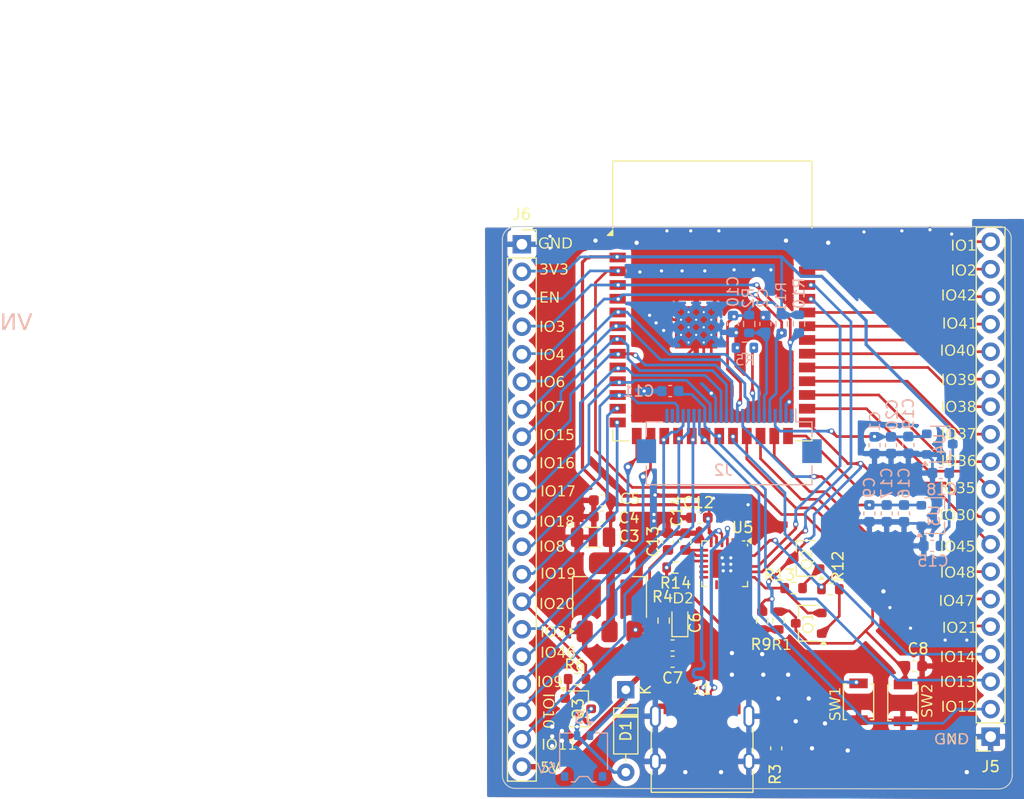
<source format=kicad_pcb>
(kicad_pcb (version 20241229) (generator "pcbnew") (generator_version "9.0")
  (layers (0 "F.Cu" signal) (2 "B.Cu" signal) (13 "F.Paste" user) (15 "B.Paste" user) (5 "F.SilkS" user "F.Silkscreen") (7 "B.SilkS" user "B.Silkscreen") (1 "F.Mask" user) (3 "B.Mask" user) (25 "Edge.Cuts" user))
  (net 0 "")
  (net 1 "GND")
  (net 2 "3V3")
  (net 3 "Net-(D2-A)")
  (net 4 "/EN")
  (net 5 "/IO35")
  (net 6 "/IO14")
  (net 7 "/USB_DN")
  (net 8 "/IO21")
  (net 9 "/IO19")
  (net 10 "/IO2")
  (net 11 "/IO0")
  (net 12 "Net-(Q1-B)")
  (net 13 "/DTR")
  (net 14 "/RTS")
  (net 15 "Net-(Q2-B)")
  (net 16 "/TNOW{slash}GPIO2")
  (net 17 "/~{RST}")
  (net 18 "/GPIO4")
  (net 19 "/SUSPEND")
  (net 20 "/RXS{slash}GPIO1")
  (net 21 "/TXS{slash}GPIO0")
  (net 22 "/~{WAKEUP}{slash}GPIO3")
  (net 23 "/~{DSR}")
  (net 24 "/~{RI}")
  (net 25 "/~{DCD}")
  (net 26 "/~{SUSPEND}")
  (net 27 "/~{ACT}")
  (net 28 "/~{CTS}")
  (net 29 "/USB_DP")
  (net 30 "/RESET")
  (net 31 "1V5")
  (net 32 "/PCLK")
  (net 33 "2V8")
  (net 34 "/Y9")
  (net 35 "/XCLK")
  (net 36 "/CAM_SDA")
  (net 37 "/HREF")
  (net 38 "/Y6")
  (net 39 "/VSYNC")
  (net 40 "/Y2")
  (net 41 "/Y8")
  (net 42 "/Y3")
  (net 43 "/Y4")
  (net 44 "/Y5")
  (net 45 "/CAM_SCL")
  (net 46 "/Y7")
  (net 47 "/IO42")
  (net 48 "/IO37")
  (net 49 "/IO20")
  (net 50 "/TXD0")
  (net 51 "/IO45")
  (net 52 "/IO47")
  (net 53 "/IO1")
  (net 54 "/IO46")
  (net 55 "/IO48")
  (net 56 "/IO36")
  (net 57 "/IO39")
  (net 58 "/RXD0")
  (net 59 "/IO41")
  (net 60 "/IO38")
  (net 61 "/IO3")
  (net 62 "/IO40")
  (net 65 "Net-(J1-CC1)")
  (net 68 "Net-(J2-Pin_8)")
  (net 70 "5V")
  (net 71 "Net-(D1-A)")
  (net 72 "Net-(Q3-B)")
  (footprint "Resistor_SMD:R_0603_1608Metric" (layer "F.Cu") (at 175.1 120)
    (property "Reference" "R6")
    (property "Value" "4.7K" (hide yes))
  )
  (footprint "Package_DFN_QFN:QFN-24-1EP_4x4mm_P0.5mm_EP2.6x2.6mm" (layer "F.Cu") (at 188.7375 109.35 -90)
    (property "Reference" "U5")
    (property "Value" "CH9102F")
  )
  (footprint "Capacitor_SMD:C_0603_1608Metric" (layer "F.Cu") (at 177.425 103.5 180)
    (property "Reference" "C5")
    (property "Value" "0.1uF" (hide yes))
  )
  (footprint "LOGO" (layer "F.Cu") (at 205.6 128.2)
    (property "Reference" "G***" (hide yes))
    (property "Value" "LOGO" (hide yes))
  )
  (footprint "Capacitor_SMD:C_0603_1608Metric" (layer "F.Cu") (at 183.925 118.4)
    (property "Reference" "C7")
    (property "Value" "0.1uF" (hide yes))
  )
  (footprint "Package_TO_SOT_SMD:SC-59" (layer "F.Cu") (at 175.2 122.75)
    (property "Reference" "Q3")
    (property "Value" "~")
  )
  (footprint "Resistor_SMD:R_0603_1608Metric" (layer "F.Cu") (at 192.2 114.6 90)
    (property "Reference" "R9")
    (property "Value" "5K" (hide yes))
  )
  (footprint "LED_SMD:LED_0603_1608Metric" (layer "F.Cu") (at 184.6 114.6 90)
    (property "Reference" "D2")
    (property "Value" "LED" (hide yes))
  )
  (footprint "Capacitor_SMD:C_0603_1608Metric" (layer "F.Cu") (at 206.2 118.8 180)
    (property "Reference" "C8")
    (property "Value" "0.1uF")
  )
  (footprint "Button_Switch_SMD:SW_SPST_B3U-1000P" (layer "F.Cu") (at 201.1 122.1 90)
    (property "Reference" "SW1")
    (property "Value" "SW_SPST" (hide yes))
  )
  (footprint "Capacitor_SMD:C_1206_3216Metric" (layer "F.Cu") (at 176.575 106.9 180)
    (property "Reference" "C3")
    (property "Value" "100u_CASE-B-3528_TAJB107K006RNJ" (hide yes))
  )
  (footprint "Diode_THT:D_DO-35_SOD27_P7.62mm_Horizontal" (layer "F.Cu") (at 179.6 120.99 -90)
    (property "Reference" "D1")
    (property "Value" "1N4148" (hide yes))
  )
  (footprint "LOGO" (layer "F.Cu") (at 201 125.2)
    (property "Reference" "G***" (hide yes))
    (property "Value" "LOGO" (hide yes))
  )
  (footprint "Resistor_SMD:R_0603_1608Metric" (layer "F.Cu") (at 183.1 114.6 90)
    (property "Reference" "R4")
    (property "Value" "R" (hide yes))
  )
  (footprint "Resistor_SMD:R_0603_1608Metric" (layer "F.Cu") (at 198.5 111.7 180)
    (property "Reference" "R12")
    (property "Value" "10K")
  )
  (footprint "Capacitor_SMD:C_0603_1608Metric" (layer "F.Cu") (at 183.925 116.9 180)
    (property "Reference" "C6")
    (property "Value" "10uF" (hide yes))
  )
  (footprint "Capacitor_SMD:C_0603_1608Metric" (layer "F.Cu") (at 177.425 105 180)
    (property "Reference" "C4")
    (property "Value" "10uF")
  )
  (footprint "Connector_PinSocket_2.54mm:PinSocket_1x19_P2.54mm_Vertical" (layer "F.Cu") (at 213.3 125.32 180)
    (property "Reference" "J5")
    (property "Value" "Conn_01x19" (hide yes))
  )
  (footprint "RF_Module:ESP32-S3-WROOM-1" (layer "F.Cu") (at 187.6 85.05)
    (property "Reference" "U2" (hide yes))
    (property "Value" "ESP32-S3-WROOM-1" (hide yes))
  )
  (footprint "Button_Switch_SMD:SW_SPST_B3U-1000P" (layer "F.Cu") (at 205.2 122.2 90)
    (property "Reference" "SW2")
    (property "Value" "SW_SPST" (hide yes))
  )
  (footprint "LOGO" (layer "F.Cu") (at 200.7 128.9)
    (property "Reference" "G***" (hide yes))
    (property "Value" "LOGO" (hide yes))
  )
  (footprint "Package_TO_SOT_SMD:SC-59" (layer "F.Cu") (at 196.5 114.85 180)
    (property "Reference" "Q1")
    (property "Value" "~" (hide yes))
  )
  (footprint "Capacitor_SMD:C_0603_1608Metric" (layer "F.Cu") (at 186.4 105.1 180)
    (property "Reference" "C12")
    (property "Value" "0.1uF" (hide yes))
  )
  (footprint "Capacitor_SMD:C_0603_1608Metric" (layer "F.Cu") (at 193.5 126.4 -90)
    (property "Reference" "R3")
    (property "Value" "5.1K" (hide yes))
  )
  (footprint "Capacitor_SMD:C_0603_1608Metric" (layer "F.Cu") (at 183.5 107.3 -90)
    (property "Reference" "C13")
    (property "Value" "10uF" (hide yes))
  )
  (footprint "Package_TO_SOT_SMD:SOT-223-3_TabPin2" (layer "F.Cu") (at 178.1 112.45 90)
    (property "Reference" "U1" (hide yes))
    (property "Value" "AMS1117-3.3" (hide yes))
  )
  (footprint "Capacitor_SMD:C_0603_1608Metric" (layer "F.Cu") (at 185.1 107.3 -90)
    (property "Reference" "C14")
    (property "Value" "0.1uF" (hide yes))
  )
  (footprint "Connector_PinSocket_2.54mm:PinSocket_1x20_P2.54mm_Vertical" (layer "F.Cu") (at 170 79.84)
    (property "Reference" "J6")
    (property "Value" "Conn_01x20" (hide yes))
  )
  (footprint "LOGO" (layer "F.Cu") (at 205.3 125.2)
    (property "Reference" "G***" (hide yes))
    (property "Value" "LOGO" (hide yes))
  )
  (footprint "Resistor_SMD:R_0603_1608Metric" (layer "F.Cu") (at 193.7 114.6 -90)
    (property "Reference" "R1")
    (property "Value" "10K" (hide yes))
  )
  (footprint "Resistor_SMD:R_0603_1608Metric" (layer "F.Cu") (at 184.2 109.7 180)
    (property "Reference" "R14")
    (property "Value" "10K(NC)" (hide yes))
  )
  (footprint "Package_TO_SOT_SMD:SC-59" (layer "F.Cu") (at 196.3 108.85 180)
    (property "Reference" "Q2")
    (property "Value" "~" (hide yes))
  )
  (footprint "Connector_USB:USB_C_Receptacle_HRO_TYPE-C-31-M-12" (layer "F.Cu") (at 186.65 126.56)
    (property "Reference" "J1")
    (property "Value" "USB_C_Receptacle_USB2.0" (hide yes))
  )
  (footprint "Resistor_SMD:R_0603_1608Metric" (layer "F.Cu") (at 195.1 111.6 180)
    (property "Reference" "R13")
    (property "Value" "10K")
  )
  (footprint "Capacitor_SMD:C_0603_1608Metric" (layer "B.Cu") (at 204.1 98.4 -90)
    (property "Reference" "C20")
    (property "Value" "0.1uF" (hide yes))
  )
  (footprint "Capacitor_SMD:C_0603_1608Metric" (layer "B.Cu") (at 203.7 104.7 -90)
    (property "Reference" "C17")
    (property "Value" "0.1uF" (hide yes))
  )
  (footprint "Resistor_SMD:R_0603_1608Metric" (layer "B.Cu") (at 190.6 89.4 180)
    (property "Reference" "R5")
    (property "Value" "1K" (hide yes))
  )
  (footprint "Connector_FFC-FPC:Hirose_FH12-24S-0.5SH_1x24-1MP_P0.50mm_Horizontal" (layer "B.Cu") (at 189.15 97.55 180)
    (property "Reference" "J2")
    (property "Value" "CAMERA" (hide yes))
  )
  (footprint "Package_TO_SOT_SMD:SC-59" (layer "B.Cu") (at 208.6 98.3)
    (property "Reference" "U4")
    (property "Value" "ME6206A28XG" (hide yes))
  )
  (footprint "Capacitor_SMD:C_0603_1608Metric" (layer "B.Cu") (at 202.575 98.4 -90)
    (property "Reference" "C1")
    (property "Value" "0.1uF" (hide yes))
  )
  (footprint "Capacitor_SMD:C_0603_1608Metric" (layer "B.Cu") (at 192.5 87.2 90)
    (property "Reference" "C2")
    (property "Value" "0.1uF" (hide yes))
  )
  (footprint "Capacitor_SMD:C_0603_1608Metric" (layer "B.Cu") (at 208.7 100.975)
    (property "Reference" "C18")
    (property "Value" "10uF" (hide yes))
  )
  (footprint "Resistor_SMD:R_0603_1608Metric" (layer "B.Cu") (at 194 87.2 -90)
    (property "Reference" "R11")
    (property "Value" "4.7K" (hide yes))
  )
  (footprint "Resistor_SMD:R_0603_1608Metric" (layer "B.Cu") (at 195.6 87.175 -90)
    (property "Reference" "R10")
    (property "Value" "4.7K" (hide yes))
  )
  (footprint "Capacitor_SMD:C_0603_1608Metric" (layer "B.Cu") (at 205.7 98.375 90)
    (property "Reference" "C19")
    (property "Value" "10uF" (hide yes))
  )
  (footprint "Connector_JST:JST_ACH_BM02B-ACHSS-GAN-ETF_1x02-1MP_P1.20mm_Vertical" (layer "B.Cu") (at 175.7 127.094277 180)
    (property "Reference" "J3")
    (property "Value" "Conn_01x02" (hide yes))
  )
  (footprint "Capacitor_SMD:C_0603_1608Metric" (layer "B.Cu") (at 189.499 87.2 -90)
    (property "Reference" "C10")
    (property "Value" "0.1uF" (hide yes))
  )
  (footprint "Capacitor_SMD:C_0603_1608Metric" (layer "B.Cu") (at 207.9 107.7)
    (property "Reference" "C15")
    (property "Value" "10uF" (hide yes))
  )
  (footprint "Capacitor_SMD:C_0603_1608Metric" (layer "B.Cu") (at 205.3 104.7 90)
    (property "Reference" "C16")
    (property "Value" "10uF" (hide yes))
  )
  (footprint "Resistor_SMD:R_0603_1608Metric" (layer "B.Cu") (at 191 87.2 -90)
    (property "Reference" "R2")
    (property "Value" "4.7K" (hide yes))
  )
  (footprint "Package_TO_SOT_SMD:SC-59" (layer "B.Cu") (at 208.1 104.9)
    (property "Reference" "U3")
    (property "Value" "ME6206A15XG" (hide yes))
  )
  (footprint "Capacitor_SMD:C_0603_1608Metric" (layer "B.Cu") (at 183.7 93.4)
    (property "Reference" "C11")
    (property "Value" "15pF" (hide yes))
  )
  (footprint "Capacitor_SMD:C_0603_1608Metric" (layer "B.Cu") (at 202.1 104.7 -90)
    (property "Reference" "C9")
    (property "Value" "0.1uF" (hide yes))
  )
  (gr_line (start 168.2 79.4) (end 168.2 121.1) (stroke (width 0.1)) (layer "Edge.Cuts"))
  (gr_arc (start 214.297966 78.20898) (mid 214.889516 78.542846) (end 215.199999 79.146997) (stroke (width 0.1)) (layer "Edge.Cuts"))
  (gr_line (start 214.3 78.2) (end 169.397606 78.2) (stroke (width 0.1)) (layer "Edge.Cuts"))
  (gr_line (start 169.399783 130.099297) (end 214.053115 130.147711) (stroke (width 0.1)) (layer "Edge.Cuts"))
  (gr_arc (start 168.2 79.4) (mid 168.550635 78.552327) (end 169.397606 78.2) (stroke (width 0.1)) (layer "Edge.Cuts"))
  (gr_arc (start 215.298335 128.9) (mid 214.933769 129.781384) (end 214.053115 130.147711) (stroke (width 0.1)) (layer "Edge.Cuts"))
  (gr_arc (start 169.399783 130.099297) (mid 168.552101 129.748671) (end 168.199783 128.901691) (stroke (width 0.1)) (layer "Edge.Cuts"))
  (gr_line (start 215.298335 128.952318) (end 215.2 79.146997) (stroke (width 0.1)) (layer "Edge.Cuts"))
  (gr_line (start 168.2 121.1) (end 168.199783 128.901691) (stroke (width 0.1)) (layer "Edge.Cuts"))
  (gr_text "IO41\n" (at 208.8 87.8 0) (layer "F.SilkS") (effects (font (size 1 1)) (justify left bottom)))
  (gr_text "IO7\n" (at 171.6 95.5 0) (layer "F.SilkS") (effects (font (size 1 1)) (justify left bottom)))
  (gr_text "3V3\n" (at 171.6 82.8 0) (layer "F.SilkS") (effects (font (size 1 1)) (justify left bottom)))
  (gr_text "IO37\n" (at 208.7 98 0) (layer "F.SilkS") (effects (font (size 1 1)) (justify left bottom)))
  (gr_text "IO18" (at 171.6 106.1 0) (layer "F.SilkS") (effects (font (size 1 1)) (justify left bottom)))
  (gr_text "IO48" (at 208.6 110.8 0) (layer "F.SilkS") (effects (font (size 1 1)) (justify left bottom)))
  (gr_text "IO16" (at 171.6 100.7 0) (layer "F.SilkS") (effects (font (size 1 1)) (justify left bottom)))
  (gr_text "IO13\n" (at 208.6 120.9 0) (layer "F.SilkS") (effects (font (size 1 1)) (justify left bottom)))
  (gr_text "IO9" (at 171.4 120.9 0) (layer "F.SilkS") (effects (font (size 1 1)) (justify left bottom)))
  (gr_text "IO21\n" (at 208.8 115.9 0) (layer "F.SilkS") (effects (font (size 1 1)) (justify left bottom)))
  (gr_text "IO42\n" (at 208.7 85.2 0) (layer "F.SilkS") (effects (font (size 1 1)) (justify left bottom)))
  (gr_text "IO47\n\n" (at 208.5 115.1 0) (layer "F.SilkS") (effects (font (size 1 1)) (justify left bottom)))
  (gr_text "IO36" (at 208.7 100.5 0) (layer "F.SilkS") (effects (font (size 1 1)) (justify left bottom)))
  (gr_text "IO20" (at 171.6 113.7 0) (layer "F.SilkS") (effects (font (size 1 1)) (justify left bottom)))
  (gr_text "IO19" (at 171.7 110.9 0) (layer "F.SilkS") (effects (font (size 1 1)) (justify left bottom)))
  (gr_text "IO45\n" (at 208.6 108.4 0) (layer "F.SilkS") (effects (font (size 1 1)) (justify left bottom)))
  (gr_text "IO3\n" (at 171.6 88.1 0) (layer "F.SilkS") (effects (font (size 1 1)) (justify left bottom)))
  (gr_text "IO14\n" (at 208.6 118.6 0) (layer "F.SilkS") (effects (font (size 1 1)) (justify left bottom)))
  (gr_text "IO17" (at 171.7 103.3 0) (layer "F.SilkS") (effects (font (size 1 1)) (justify left bottom)))
  (gr_text "IO12\n" (at 208.7 123.2 0) (layer "F.SilkS") (effects (font (size 1 1)) (justify left bottom)))
  (gr_text "5V\n" (at 171.7 128.8 0) (layer "F.SilkS") (effects (font (size 1 1)) (justify left bottom)))
  (gr_text "IO15\n" (at 171.6 98.1 0) (layer "F.SilkS") (effects (font (size 1 1)) (justify left bottom)))
  (gr_text "IO2" (at 209.6 82.9 0) (layer "F.SilkS") (effects (font (size 1 1)) (justify left bottom)))
  (gr_text "EN\n" (at 171.6 85.4 0) (layer "F.SilkS") (effects (font (size 1 1)) (justify left bottom)))
  (gr_text "IO6\n" (at 171.6 93.2 0) (layer "F.SilkS") (effects (font (size 1 1)) (justify left bottom)))
  (gr_text "IO35" (at 208.6 103 0) (layer "F.SilkS") (effects (font (size 1 1)) (justify left bottom)))
  (gr_text "IO10" (at 171.8 121.3 -90) (layer "F.SilkS") (effects (font (size 1 1)) (justify left bottom)))
  (gr_text "IO4\n" (at 171.6 90.7 0) (layer "F.SilkS") (effects (font (size 1 1)) (justify left bottom)))
  (gr_text "IO1" (at 209.6 80.6 0) (layer "F.SilkS") (effects (font (size 1 1)) (justify left bottom)))
  (gr_text "GND" (at 171.5 80.4 0) (layer "F.SilkS") (effects (font (size 1 1)) (justify left bottom)))
  (gr_text "IO3\n" (at 171.7 116.3 0) (layer "F.SilkS") (effects (font (size 1 1)) (justify left bottom)))
  (gr_text "IO40\n" (at 208.6 90.3 0) (layer "F.SilkS") (effects (font (size 1 1)) (justify left bottom)))
  (gr_text "IO46\n" (at 171.7 118.2 0) (layer "F.SilkS") (effects (font (size 1 1)) (justify left bottom)))
  (gr_text "GND" (at 208.1 126.2 0) (layer "F.SilkS") (effects (font (size 1 1)) (justify left bottom)))
  (gr_text "IO39\n" (at 208.7 93 0) (layer "F.SilkS") (effects (font (size 1 1)) (justify left bottom)))
  (gr_text "IO11\n" (at 171.8 126.7 0) (layer "F.SilkS") (effects (font (size 1 1)) (justify left bottom)))
  (gr_text "IO38\n" (at 208.7 95.5 0) (layer "F.SilkS") (effects (font (size 1 1)) (justify left bottom)))
  (gr_text "IO8" (at 171.6 108.4 0) (layer "F.SilkS") (effects (font (size 1 1)) (justify left bottom)))
  (gr_text "IO30" (at 208.6 105.5 0) (layer "F.SilkS") (effects (font (size 1 1)) (justify left bottom)))
  (gr_text "5V\n" (at 173.2 128.9 0) (layer "B.SilkS") (effects (font (size 1 1)) (justify left bottom mirror)))
  (gr_text "GND" (at 211.3 126.2 0) (layer "B.SilkS") (effects (font (size 1 1)) (justify left bottom mirror)))
  (gr_text "VN\n" (at 124.8 88 0) (layer "B.SilkS") (effects (font (size 1.5 1.5) (thickness 0.1875)) (justify left bottom mirror)))
  (segment (start 189.4875 108.6) (end 188.7375 109.35) (width 0.25) (layer "F.Cu") (net 1))
  (segment (start 186.1 89.2) (end 184.5 90.8) (width 0.25) (layer "F.Cu") (net 1))
  (segment (start 183.41 89.5) (end 183.2 89.5) (width 0.25) (layer "F.Cu") (net 1))
  (segment (start 184.7 86.81) (end 184.01 86.81) (width 0.25) (layer "F.Cu") (net 1))
  (segment (start 186.8 90.7) (end 186.9 90.8) (width 0.25) (layer "F.Cu") (net 1))
  (segment (start 184.01 86.81) (end 182.8 85.6) (width 0.25) (layer "F.Cu") (net 1))
  (segment (start 189.4875 107.4125) (end 189.4875 108.6) (width 0.25) (layer "F.Cu") (net 1))
  (segment (start 187.5 88.21) (end 187.5 90.1) (width 0.25) (layer "F.Cu") (net 1))
  (segment (start 183.9 84.7) (end 185.1 84.7) (width 0.25) (layer "F.Cu") (net 1))
  (segment (start 189.11 85.2) (end 189.3 85.2) (width 0.25) (layer "F.Cu") (net 1))
  (segment (start 187.5 90.1) (end 188 90.6) (width 0.25) (layer "F.Cu") (net 1))
  (segment (start 185.1 84.7) (end 185.3 84.5) (width 0.25) (layer "F.Cu") (net 1))
  (segment (start 187.4 103) (end 187.7 103.3) (width 0.25) (layer "F.Cu") (net 1))
  (segment (start 187.5 86.81) (end 189.11 85.2) (width 0.25) (layer "F.Cu") (net 1))
  (segment (start 184.7 85.5) (end 183.9 84.7) (width 0.25) (layer "F.Cu") (net 1))
  (segment (start 186.1 87.51) (end 186.1 89.2) (width 0.25) (layer "F.Cu") (net 1))
  (segment (start 188.71 84.2) (end 188.8 84.2) (width 0.25) (layer "F.Cu") (net 1))
  (segment (start 184.7 88.21) (end 183.41 89.5) (width 0.25) (layer "F.Cu") (net 1))
  (segment (start 186.8 86.11) (end 188.71 84.2) (width 0.25) (layer "F.Cu") (net 1))
  (segment (start 182.3 103) (end 187.4 103) (width 0.25) (layer "F.Cu") (net 1))
  (segment (start 186.8 88.91) (end 186.8 90.7) (width 0.25) (layer "F.Cu") (net 1))
  (segment (start 184.7 86.81) (end 184.7 85.5) (width 0.25) (layer "F.Cu") (net 1))
  (via (at 193 82.2) (size 0.5) (drill 0.3) (layers "F.Cu" "B.Cu") (net 1))
  (via (at 195.3 123.9) (size 0.8) (drill 0.4) (layers "F.Cu" "B.Cu") (net 1))
  (via (at 189.4 117.6) (size 0.8) (drill 0.4) (layers "F.Cu" "B.Cu") (net 1))
  (via (at 211.1 128.6) (size 0.8) (drill 0.4) (layers "F.Cu" "B.Cu") (net 1))
  (via (at 187.5 93.6) (size 0.5) (drill 0.3) (layers "F.Cu" "B.Cu") (net 1))
  (via (at 198 124.1) (size 0.8) (drill 0.4) (layers "F.Cu" "B.Cu") (net 1))
  (via (at 181.3 93.4) (size 0.5) (drill 0.3) (layers "F.Cu" "B.Cu") (net 1))
  (via (at 194.7 94.4) (size 0.5) (drill 0.3) (layers "F.Cu" "B.Cu") (net 1))
  (via (at 189.3 109.4) (size 0.5) (drill 0.3) (layers "F.Cu" "B.Cu") (net 1))
  (via (at 172.6 80.2) (size 0.5) (drill 0.3) (layers "F.Cu" "B.Cu") (net 1))
  (via (at 180.6 79.7) (size 0.8) (drill 0.4) (layers "F.Cu" "B.Cu") (net 1))
  (via (at 180.9 82.4) (size 0.5) (drill 0.3) (layers "F.Cu" "B.Cu") (net 1))
  (via (at 188.6 110) (size 0.5) (drill 0.3) (layers "F.Cu" "B.Cu") (net 1))
  (via (at 189.4 119.6) (size 0.8) (drill 0.4) (layers "F.Cu" "B.Cu") (net 1))
  (via (at 186.9 82.3) (size 0.5) (drill 0.3) (layers "F.Cu" "B.Cu") (net 1))
  (via (at 188.6 109.4) (size 0.5) (drill 0.3) (layers "F.Cu" "B.Cu") (net 1))
  (via (at 172.8 126.2) (size 0.8) (drill 0.4) (layers "F.Cu" "B.Cu") (net 1))
  (via (at 182.3 103) (size 0.5) (drill 0.3) (layers "F.Cu" "B.Cu") (net 1))
  (via (at 188.5 108.8) (size 0.5) (drill 0.3) (layers "F.Cu" "B.Cu") (net 1))
  (via (at 182.9 82.3) (size 0.5) (drill 0.3) (layers "F.Cu" "B.Cu") (net 1))
  (via (at 172.8 125.3) (size 0.8) (drill 0.4) (layers "F.Cu" "B.Cu") (net 1))
  (via (at 182.4 87.1) (size 0.5) (drill 0.3) (layers "F.Cu" "B.Cu") (net 1))
  (via (at 198.3 79.7) (size 0.8) (drill 0.4) (layers "F.Cu" "B.Cu") (net 1))
  (via (at 181.8 86.4) (size 0.5) (drill 0.3) (layers "F.Cu" "B.Cu") (net 1))
  (via (at 173.7 125.7) (size 0.8) (drill 0.4) (layers "F.Cu" "B.Cu") (net 1))
  (via (at 192.3 119.6) (size 0.8) (drill 0.4) (layers "F.Cu" "B.Cu") (net 1))
  (via (at 189.9 89.4) (size 0.5) (drill 0.3) (layers "F.Cu" "B.Cu") (net 1))
  (via (at 183.4 78.6) (size 0.5) (drill 0.3) (layers "F.Cu" "B.Cu") (net 1))
  (via (at 188.2 78.6) (size 0.5) (drill 0.3) (layers "F.Cu" "B.Cu") (net 1))
  (via (at 203.4 111.9) (size 0.8) (drill 0.4) (layers "F.Cu" "B.Cu") (net 1))
  (via (at 189.8 88) (size 0.5) (drill 0.3) (layers "F.Cu" "B.Cu") (net 1))
  (via (at 182.2 105.4) (size 0.5) (drill 0.3) (layers "F.Cu" "B.Cu") (net 1))
  (via (at 201.6 78.7) (size 0.5) (drill 0.3) (layers "F.Cu" "B.Cu") (net 1))
  (via (at 196.8 126.4) (size 0.8) (drill 0.4) (layers "F.Cu" "B.Cu") (net 1))
  (via (at 207.7 78.5) (size 0.5) (drill 0.3) (layers "F.Cu" "B.Cu") (net 1))
  (via (at 172.8 124.4) (size 0.8) (drill 0.4) (layers "F.Cu" "B.Cu") (net 1))
  (via (at 193.7 121.8) (size 0.8) (drill 0.4) (layers "F.Cu" "B.Cu") (net 1))
  (via (at 194.6 119.6) (size 0.8) (drill 0.4) (layers "F.Cu" "B.Cu") (net 1))
  (via (at 183.1 87.8) (size 0.5) (drill 0.3) (layers "F.Cu" "B.Cu") (net 1))
  (via (at 192.3 86.6) (size 0.5) (drill 0.3) (layers "F.Cu" "B.Cu") (net 1))
  (via (at 189.3 110) (size 0.5) (drill 0.3) (layers "F.Cu" "B.Cu") (net 1))
  (via (at 182.2 104.8) (size 0.5) (drill 0.3) (layers "F.Cu" "B.Cu") (net 1))
  (via (at 185.1 128.6) (size 0.8) (drill 0.4) (layers "F.Cu" "B.Cu") (net 1))
  (via (at 194.4 79.5) (size 0.8) (drill 0.4) (layers "F.Cu" "B.Cu") (net 1))
  (via (at 176.8 79.5) (size 0.8) (drill 0.4) (layers "F.Cu" "B.Cu") (net 1))
  (via (at 205.1 78.6) (size 0.5) (drill 0.3) (layers "F.Cu" "B.Cu") (net 1))
  (via (at 190.9 103.9) (size 0.5) (drill 0.3) (layers "F.Cu" "B.Cu") (net 1))
  (via (at 205.9 115.3) (size 0.5) (drill 0.3) (layers "F.Cu" "B.Cu") (net 1))
  (via (at 209.1 116.4) (size 0.5) (drill 0.3) (layers "F.Cu" "B.Cu") (net 1))
  (via (at 188.4 128.6) (size 0.8) (drill 0.4) (layers "F.Cu" "B.Cu") (net 1))
  (via (at 184.8 82.3) (size 0.5) (drill 0.3) (layers "F.Cu" "B.Cu") (net 1))
  (via (at 200.1 126.6) (size 0.8) (drill 0.4) (layers "F.Cu" "B.Cu") (net 1))
  (via (at 211.1 116.4) (size 0.5) (drill 0.3) (layers "F.Cu" "B.Cu") (net 1))
  (via (at 209.7 78.9) (size 0.5) (drill 0.3) (layers "F.Cu" "B.Cu") (net 1))
  (via (at 187.7 103.3) (size 0.5) (drill 0.3) (layers "F.Cu" "B.Cu") (net 1))
  (via (at 191.4 82.2) (size 0.5) (drill 0.3) (layers "F.Cu" "B.Cu") (net 1))
  (via (at 173.7 124.8) (size 0.8) (drill 0.4) (layers "F.Cu" "B.Cu") (net 1))
  (via (at 189.3 108.8) (size 0.5) (drill 0.3) (layers "F.Cu" "B.Cu") (net 1))
  (via (at 192.2 117.7) (size 0.8) (drill 0.4) (layers "F.Cu" "B.Cu") (net 1))
  (via (at 190.9 105.5) (size 0.5) (drill 0.3) (layers "F.Cu" "B.Cu") (net 1))
  (via (at 172.6 79.1) (size 0.5) (drill 0.3) (layers "F.Cu" "B.Cu") (net 1))
  (via (at 204 113.4) (size 0.5) (drill 0.3) (layers "F.Cu" "B.Cu") (net 1))
  (via (at 189.6 82.2) (size 0.5) (drill 0.3) (layers "F.Cu" "B.Cu") (net 1))
  (via (at 196.5 121.8) (size 0.8) (drill 0.4) (layers "F.Cu" "B.Cu") (net 1))
  (via (at 185.6 78.6) (size 0.5) (drill 0.3) (layers "F.Cu" "B.Cu") (net 1))
  (segment (start 189.2 88.025) (end 189.2 88.3) (width 0.25) (layer "B.Cu") (net 1))
  (segment (start 206.9 107.575) (end 207.125 107.8) (width 0.25) (layer "B.Cu") (net 1))
  (segment (start 194.4 95.7) (end 194.4 94.6) (width 0.25) (layer "B.Cu") (net 1))
  (segment (start 194.4 94.6) (end 194.6 94.4) (width 0.25) (layer "B.Cu") (net 1))
  (segment (start 207.925 100.975) (end 207.925 99.775) (width 0.25) (layer "B.Cu") (net 1))
  (segment (start 187.9 94) (end 187.9 95.7) (width 0.25) (layer "B.Cu") (net 1))
  (segment (start 206.675 105.625) (end 206.9 105.85) (width 0.25) (layer "B.Cu") (net 1))
  (segment (start 182.3 103.3) (end 182.3 103) (width 0.25) (layer "B.Cu") (net 1))
  (segment (start 189.2 88.025) (end 189.2 88.2) (width 0.25) (layer "B.Cu") (net 1))
  (segment (start 203.475 105.625) (end 206.675 105.625) (width 0.25) (layer "B.Cu") (net 1))
  (segment (start 204.125 99.15) (end 204.1 99.175) (width 0.25) (layer "B.Cu") (net 1))
  (segment (start 207.925 99.775) (end 207.4 99.25) (width 0.25) (layer "B.Cu") (net 1))
  (segment (start 207.3 99.15) (end 207.4 99.25) (width 0.25) (layer "B.Cu") (net 1))
  (segment (start 182.2 104.8) (end 182.2 103.4) (width 0.25) (layer "B.Cu") (net 1))
  (segment (start 205.7 99.15) (end 207.3 99.15) (width 0.25) (layer "B.Cu") (net 1))
  (segment (start 182.2 105.4) (end 182.2 104.8) (width 0.25) (layer "B.Cu") (net 1))
  (segment (start 187.5 93.6) (end 187.9 94) (width 0.25) (layer "B.Cu") (net 1))
  (segment (start 205.7 99.15) (end 204.125 99.15) (width 0.25) (layer "B.Cu") (net 1))
  (segment (start 182.2 103.4) (end 182.3 103.3) (width 0.25) (layer "B.Cu") (net 1))
  (segment (start 206.9 105.85) (end 206.9 107.575) (width 0.25) (layer "B.Cu") (net 1))
  (segment (start 178.2 103.7) (end 178.2 103.1) (width 0.3) (layer "F.Cu") (net 2))
  (segment (start 178.2 103.1) (end 175.6 100.5) (width 0.3) (layer "F.Cu") (net 2))
  (segment (start 190.2 92.6) (end 189 91.4) (width 0.25) (layer "F.Cu") (net 2))
  (segment (start 183.375 109.7) (end 183.375 111.175) (width 0.3) (layer "F.Cu") (net 2))
  (segment (start 190.2 94.4) (end 190.2 92.6) (width 0.25) (layer "F.Cu") (net 2))
  (segment (start 178.3 105.35) (end 178.35 105.4) (width 0.254) (layer "F.Cu") (net 2))
  (segment (start 193.7 115.425) (end 192.2 115.425) (width 0.25) (layer "F.Cu") (net 2))
  (segment (start 185.1 111.7) (end 188.8 115.4) (width 0.3) (layer "F.Cu") (net 2))
  (segment (start 189 87.1) (end 189.05 87.05) (width 0.25) (layer "F.Cu") (net 2))
  (segment (start 175.6 81.5) (end 176 81.1) (width 0.3) (layer "F.Cu") (net 2))
  (segment (start 175.6 100.5) (end 175.6 81.5) (width 0.3) (layer "F.Cu") (net 2))
  (segment (start 176.3 81) (end 178.8 81) (width 0.3) (layer "F.Cu") (net 2))
  (segment (start 176 81.1) (end 176.2 81.1) (width 0.3) (layer "F.Cu") (net 2))
  (segment (start 187.3 106.216002) (end 187.591999 106.508001) (width 0.254) (layer "F.Cu") (net 2))
  (segment (start 187.3 106.5) (end 187.3 105.175) (width 0.254) (layer "F.Cu") (net 2))
  (segment (start 183.9 111.7) (end 185.1 111.7) (width 0.3) (layer "F.Cu") (net 2))
  (segment (start 190.1 94.5) (end 190.2 94.4) (width 0.25) (layer "F.Cu") (net 2))
  (segment (start 185.6375 103.8875) (end 186.9 103.8875) (width 0.25) (layer "F.Cu") (net 2))
  (segment (start 176.2 81.1) (end 176.3 81) (width 0.3) (layer "F.Cu") (net 2))
  (segment (start 183.375 111.175) (end 183.9 111.7) (width 0.3) (layer "F.Cu") (net 2))
  (segment (start 187.591999 106.508001) (end 187.583998 106.5) (width 0.254) (layer "F.Cu") (net 2))
  (segment (start 189 87.1) (end 189.6 86.5) (width 0.25) (layer "F.Cu") (net 2))
  (segment (start 187.5 106.7) (end 187.3 106.5) (width 0.254) (layer "F.Cu") (net 2))
  (segment (start 187.583998 106.5) (end 187.3 106.5) (width 0.254) (layer "F.Cu") (net 2))
  (segment (start 187.3 104.2875) (end 187.3 105.175) (width 0.25) (layer "F.Cu") (net 2))
  (segment (start 187.9875 106.903502) (end 187.9875 107.4125) (width 0.254) (layer "F.Cu") (net 2))
  (segment (start 187.5 106.7) (end 187.783998 106.7) (width 0.254) (layer "F.Cu") (net 2))
  (segment (start 187.5 107.4) (end 187.5 106.7) (width 0.254) (layer "F.Cu") (net 2))
  (segment (start 178.2 109.15) (end 178.2 103.7) (width 0.3) (layer "F.Cu") (net 2))
  (segment (start 178.425 108.925) (end 178.2 109.15) (width 0.3) (layer "F.Cu") (net 2))
  (segment (start 189 91.4) (end 189 87.1) (width 0.25) (layer "F.Cu") (net 2))
  (segment (start 178.425 108.775) (end 178.3 108.9) (width 0.5) (layer "F.Cu") (net 2))
  (segment (start 187.591999 106.508001) (end 187.791999 106.708001) (width 0.254) (layer "F.Cu") (net 2))
  (segment (start 187.783998 106.7) (end 187.791999 106.708001) (width 0.254) (layer "F.Cu") (net 2))
  (segment (start 185.625 103.9) (end 185.6375 103.8875) (width 0.25) (layer "F.Cu") (net 2))
  (segment (start 187.4875 107.4125) (end 187.5 107.4) (width 0.254) (layer "F.Cu") (net 2))
  (segment (start 186.9 103.8875) (end 187.3 104.2875) (width 0.25) (layer "F.Cu") (net 2))
  (segment (start 178.2 115.45) (end 178.2 109.15) (width 0.8) (layer "F.Cu") (net 2))
  (segment (start 185.625 103.9) (end 178.4 103.9) (width 0.3) (layer "F.Cu") (net 2))
  (segment (start 178.4 103.9) (end 178.2 103.7) (width 0.3) (layer "F.Cu") (net 2))
  (segment (start 188.8 115.4) (end 192 115.4) (width 0.3) (layer "F.Cu") (net 2))
  (segment (start 187.791999 106.708001) (end 187.9875 106.903502) (width 0.254) (layer "F.Cu") (net 2))
  (segment (start 187.3 105.175) (end 187.3 106.216002) (width 0.254) (layer "F.Cu") (net 2))
  (via (at 178.8 81) (size 0.5) (drill 0.3) (layers "F.Cu" "B.Cu") (net 2))
  (via (at 189.599 86.525) (size 0.5) (drill 0.3) (layers "F.Cu" "B.Cu") (net 2))
  (via (at 187.2 105.2) (size 0.5) (drill 0.3) (layers "F.Cu" "B.Cu") (net 2))
  (via (at 183.375 109.7) (size 0.5) (drill 0.3) (layers "F.Cu" "B.Cu") (net 2))
  (via (at 190.1 94.5) (size 0.5) (drill 0.3) (layers "F.Cu" "B.Cu") (net 2))
  (segment (start 175.4 81) (end 178.9 81) (width 0.25) (layer "B.Cu") (net 2))
  (segment (start 190.95 86.425) (end 191 86.375) (width 0.25) (layer "B.Cu") (net 2))
  (segment (start 187.3 105.175) (end 187.225 105.175) (width 0.3) (layer "B.Cu") (net 2))
  (segment (start 187.2 105.2) (end 187.2 105.8) (width 0.3) (layer "B.Cu") (net 2))
  (segment (start 209.475 100.975) (end 209.475 105.925) (width 0.25) (layer "B.Cu") (net 2))
  (segment (start 209.8 97.1) (end 209.8 98.3) (width 0.3) (layer "B.Cu") (net 2))
  (segment (start 183.375 109.625) (end 183.375 109.7) (width 0.3) (layer "B.Cu") (net 2))
  (segment (start 201.8 89.1) (end 209.8 97.1) (width 0.3) (layer "B.Cu") (net 2))
  (segment (start 174.4 82) (end 175.4 81) (width 0.25) (layer "B.Cu") (net 2))
  (segment (start 187.2 105.8) (end 183.375 109.625) (width 0.3) (layer "B.Cu") (net 2))
  (segment (start 209.8 98.3) (end 209.8 100.65) (width 0.25) (layer "B.Cu") (net 2))
  (segment (start 197.7 82.8) (end 201.8 86.9) (width 0.3) (layer "B.Cu") (net 2))
  (segment (start 191 86.375) (end 191 85.824) (width 0.25) (layer "B.Cu") (net 2))
  (segment (start 194 81) (end 195.8 82.8) (width 0.3) (layer "B.Cu") (net 2))
  (segment (start 170 82.32) (end 174.08 82.32) (width 0.25) (layer "B.Cu") (net 2))
  (segment (start 209.475 105.925) (end 208.675 106.725) (width 0.25) (layer "B.Cu") (net 2))
  (segment (start 187.225 105.175) (end 187.2 105.2) (width 0.3) (layer "B.Cu") (net 2))
  (segment (start 174.08 82.32) (end 174.4 82) (width 0.25) (layer "B.Cu") (net 2))
  (segment (start 191.599 85.225) (end 193.199 85.225) (width 0.25) (layer "B.Cu") (net 2))
  (segment (start 195.8 82.8) (end 197.7 82.8) (width 0.3) (layer "B.Cu") (net 2))
  (segment (start 194 86.375) (end 195.6 86.375) (width 0.25) (layer "B.Cu") (net 2))
  (segment (start 194 86.026) (end 194 86.375) (width 0.25) (layer "B.Cu") (net 2))
  (segment (start 193.199 85.225) (end 194 86.026) (width 0.25) (layer "B.Cu") (net 2))
  (segment (start 191 85.824) (end 191.599 85.225) (width 0.25) (layer "B.Cu") (net 2))
  (segment (start 178.8 81) (end 194 81) (width 0.3) (layer "B.Cu") (net 2))
  (segment (start 189.4 86.425) (end 190.95 86.425) (width 0.25) (layer "B.Cu") (net 2))
  (segment (start 208.675 106.725) (end 208.675 107.8) (width 0.25) (layer "B.Cu") (net 2))
  (segment (start 194 86.375) (end 194 81) (width 0.25) (layer "B.Cu") (net 2))
  (segment (start 189.9 94.6) (end 190 94.5) (width 0.25) (layer "B.Cu") (net 2))
  (segment (start 201.8 86.9) (end 201.8 89.1) (width 0.3) (layer "B.Cu") (net 2))
  (segment (start 189.9 95.7) (end 189.9 94.6) (width 0.25) (layer "B.Cu") (net 2))
  (segment (start 209.8 100.65) (end 209.475 100.975) (width 0.25) (layer "B.Cu") (net 2))
  (segment (start 184.5375 113.875) (end 184.6 113.8125) (width 0.254) (layer "F.Cu") (net 3))
  (segment (start 182.9 113.875) (end 184.5375 113.875) (width 0.254) (layer "F.Cu") (net 3))
  (segment (start 194 104.8) (end 191.5 102.3) (width 0.25) (layer "F.Cu") (net 4))
  (segment (start 196.1 104.8) (end 194 104.8) (width 0.25) (layer "F.Cu") (net 4))
  (segment (start 196.5 116.7) (end 200.6 116.7) (width 0.25) (layer "F.Cu") (net 4))
  (segment (start 205.425 118.8) (end 205.425 120.275) (width 0.25) (layer "F.Cu") (net 4))
  (segment (start 205 118.8) (end 205.425 118.8) (width 0.25) (layer "F.Cu") (net 4))
  (segment (start 200.6 116.7) (end 201.75 115.55) (width 0.25) (layer "F.Cu") (net 4))
  (segment (start 202.4 114.9) (end 202.4 111.1) (width 0.25) (layer "F.Cu") (net 4))
  (segment (start 176.8 98.9) (end 176.8 83.38) (width 0.25) (layer "F.Cu") (net 4))
  (segment (start 195.3 115.5) (end 196.5 116.7) (width 0.25) (layer "F.Cu") (net 4))
  (segment (start 195.3 114.3) (end 195.3 115.5) (width 0.25) (layer "F.Cu") (net 4))
  (segment (start 195.3 114.3) (end 194.7 113.7) (width 0.25) (layer "F.Cu") (net 4))
  (segment (start 205.425 120.275) (end 205.2 120.5) (width 0.25) (layer "F.Cu") (net 4))
  (segment (start 194.7 113.7) (end 193.875 113.7) (width 0.25) (layer "F.Cu") (net 4))
  (segment (start 201.75 115.55) (end 205 118.8) (width 0.25) (layer "F.Cu") (net 4))
  (segment (start 176.8 83.38) (end 177.85 82.33) (width 0.25) (layer "F.Cu") (net 4))
  (segment (start 193.875 113.7) (end 193.8 113.775) (width 0.25) (layer "F.Cu") (net 4))
  (segment (start 202.4 111.1) (end 196.1 104.8) (width 0.25) (layer "F.Cu") (net 4))
  (segment (start 201.75 115.55) (end 202.4 114.9) (width 0.25) (layer "F.Cu") (net 4))
  (segment (start 191.5 102.3) (end 180.2 102.3) (width 0.25) (layer "F.Cu") (net 4))
  (segment (start 177.85 82.33) (end 178.85 82.33) (width 0.25) (layer "F.Cu") (net 4))
  (segment (start 180.2 102.3) (end 176.8 98.9) (width 0.25) (layer "F.Cu") (net 4))
  (via (at 178.9 82.3) (size 0.5) (drill 0.3) (layers "F.Cu" "B.Cu") (net 4))
  (segment (start 173.74 84.86) (end 175.6 83) (width 0.25) (layer "B.Cu") (net 4))
  (segment (start 170 84.86) (end 173.74 84.86) (width 0.25) (layer "B.Cu") (net 4))
  (segment (start 176.3 82.3) (end 178.9 82.3) (width 0.25) (layer "B.Cu") (net 4))
  (segment (start 175.6 83) (end 176.3 82.3) (width 0.25) (layer "B.Cu") (net 4))
  (segment (start 201.83 95.03) (end 207.6 100.8) (width 0.25) (layer "F.Cu") (net 5))
  (segment (start 207.6 100.8) (end 211.64 100.8) (width 0.25) (layer "F.Cu") (net 5))
  (segment (start 196.35 95.03) (end 201.83 95.03) (width 0.25) (layer "F.Cu") (net 5))
  (segment (start 211.64 100.8) (end 213.3 102.46) (width 0.25) (layer "F.Cu") (net 5))
  (via (at 189.5 97.6) (size 0.5) (drill 0.3) (layers "F.Cu" "B.Cu") (net 6))
  (segment (start 194.3 102.8) (end 194.3 106.6) (width 0.25) (layer "B.Cu") (net 6))
  (segment (start 194.3 106.6) (end 198.9 111.2) (width 0.25) (layer "B.Cu") (net 6))
  (segment (start 189.5 98) (end 194.3 102.8) (width 0.25) (layer "B.Cu") (net 6))
  (segment (start 205.6 117.7) (end 213.3 117.7) (width 0.25) (layer "B.Cu") (net 6))
  (segment (start 189.5 97.6) (end 189.5 98) (width 0.25) (layer "B.Cu") (net 6))
  (segment (start 198.9 111.2) (end 199.1 111.2) (width 0.25) (layer "B.Cu") (net 6))
  (segment (start 199.1 111.2) (end 205.6 117.7) (width 0.25) (layer "B.Cu") (net 6))
  (segment (start 188.2 106.3) (end 188.4875 106.5875) (width 0.2) (layer "F.Cu") (net 7))
  (segment (start 186.758784 120.8) (end 186.95 120.991216) (width 0.2) (layer "F.Cu") (net 7))
  (segment (start 186.2 120.8) (end 185.95 121.05) (width 0.2) (layer "F.Cu") (net 7))
  (segment (start 186.758784 120.8) (end 186.2 120.8) (width 0.2) (layer "F.Cu") (net 7))
  (segment (start 186.95 120.991216) (end 186.95 122.455) (width 0.2) (layer "F.Cu") (net 7))
  (segment (start 185.95 121.05) (end 185.95 122.455) (width 0.2) (layer "F.Cu") (net 7))
  (segment (start 188.4875 106.5875) (end 188.4875 107.4125) (width 0.2) (layer "F.Cu") (net 7))
  (via (at 186.758784 120.8) (size 0.5) (drill 0.3) (layers "F.Cu" "B.Cu") (net 7))
  (via (at 188.2 106.3) (size 0.5) (drill 0.3) (layers "F.Cu" "B.Cu") (net 7))
  (segment (start 186.509391 119.07) (end 186.149391 119.07) (width 0.3) (layer "B.Cu") (net 7))
  (segment (start 186.829391 120.19) (end 186.829391 120.35) (width 0.3) (layer "B.Cu") (net 7))
  (segment (start 186.6 107.6) (end 186.6 118.25482) (width 0.3) (layer "B.Cu") (net 7))
  (segment (start 186.829391 120.35) (end 186.829391 120.729393) (width 0.3) (layer "B.Cu") (net 7))
  (segment (start 187.9 106.3) (end 186.6 107.6) (width 0.3) (layer "B.Cu") (net 7))
  (segment (start 188.2 106.3) (end 187.9 106.3) (width 0.3) (layer "B.Cu") (net 7))
  (segment (start 186.829391 118.484211) (end 186.829391 118.75) (width 0.3) (layer "B.Cu") (net 7))
  (segment (start 185.829391 119.39) (end 185.829391 119.55) (width 0.3) (layer "B.Cu") (net 7))
  (segment (start 186.149391 119.87) (end 186.509391 119.87) (width 0.3) (layer "B.Cu") (net 7))
  (segment (start 186.6 118.25482) (end 186.829391 118.484211) (width 0.3) (layer "B.Cu") (net 7))
  (segment (start 186.829391 120.729393) (end 186.758784 120.8) (width 0.3) (layer "B.Cu") (net 7))
  (arc (start 185.829391 119.55) (mid 185.923117 119.776274) (end 186.149391 119.87) (width 0.3) (layer "B.Cu") (net 7))
  (arc (start 186.149391 119.07) (mid 185.923117 119.163726) (end 185.829391 119.39) (width 0.3) (layer "B.Cu") (net 7))
  (arc (start 186.509391 119.87) (mid 186.735665 119.963726) (end 186.829391 120.19) (width 0.3) (layer "B.Cu") (net 7))
  (arc (start 186.829391 118.75) (mid 186.735665 118.976274) (end 186.509391 119.07) (width 0.3) (layer "B.Cu") (net 7))
  (segment (start 195.3 104.2) (end 197 104.2) (width 0.25) (layer "F.Cu") (net 8))
  (segment (start 190.775 99.675) (end 195.3 104.2) (width 0.25) (layer "F.Cu") (net 8))
  (segment (start 213.24 115.1) (end 213.3 115.16) (width 0.25) (layer "F.Cu") (net 8))
  (segment (start 190.775 97.55) (end 190.775 99.675) (width 0.25) (layer "F.Cu") (net 8))
  (segment (start 207.9 115.1) (end 213.24 115.1) (width 0.25) (layer "F.Cu") (net 8))
  (segment (start 197 104.2) (end 207.9 115.1) (width 0.25) (layer "F.Cu") (net 8))
  (via (at 178.8 95) (size 0.5) (drill 0.3) (layers "F.Cu" "B.Cu") (net 9))
  (segment (start 178.6 95) (end 178.8 95) (width 0.25) (layer "B.Cu") (net 9))
  (segment (start 170 110.26) (end 171.04 110.26) (width 0.25) (layer "B.Cu") (net 9))
  (segment (start 177.9 103.4) (end 177.9 95.7) (width 0.25) (layer "B.Cu") (net 9))
  (segment (start 177.9 95.7) (end 178.6 95) (width 0.25) (layer "B.Cu") (net 9))
  (segment (start 171.04 110.26) (end 177.9 103.4) (width 0.25) (layer "B.Cu") (net 9))
  (segment (start 196.54 82.14) (end 196.35 82.33) (width 0.25) (layer "F.Cu") (net 10))
  (segment (start 213.3 82.14) (end 196.54 82.14) (width 0.25) (layer "F.Cu") (net 10))
  (segment (start 196.35 96.3) (end 200.1 100.05) (width 0.25) (layer "F.Cu") (net 11))
  (segment (start 195.1 108.9) (end 195.1 108.5) (width 0.25) (layer "F.Cu") (net 11))
  (segment (start 192.5 112.7) (end 192.9 112.7) (width 0.25) (layer "F.Cu") (net 11))
  (segment (start 192.2 113) (end 192.5 112.7) (width 0.25) (layer "F.Cu") (net 11))
  (segment (start 195.1 108.5) (end 196.3 107.3) (width 0.25) (layer "F.Cu") (net 11))
  (segment (start 209.1 101.9) (end 212.2 105) (width 0.25) (layer "F.Cu") (net 11))
  (segment (start 192.2 113.775) (end 192.2 113) (width 0.25) (layer "F.Cu") (net 11))
  (segment (start 212.2 105) (end 213.3 105) (width 0.25) (layer "F.Cu") (net 11))
  (segment (start 200.1 100.1) (end 201.4 100.1) (width 0.25) (layer "F.Cu") (net 11))
  (segment (start 201.4 100.1) (end 203.2 101.9) (width 0.25) (layer "F.Cu") (net 11))
  (segment (start 203.2 101.9) (end 209.1 101.9) (width 0.25) (layer "F.Cu") (net 11))
  (segment (start 192.9 112.7) (end 193 112.6) (width 0.25) (layer "F.Cu") (net 11))
  (segment (start 192.8 111) (end 195.2 108.6) (width 0.3) (layer "F.Cu") (net 11))
  (segment (start 200.1 100.05) (end 200.1 100.1) (width 0.25) (layer "F.Cu") (net 11))
  (via (at 200.9 120.3) (size 0.5) (drill 0.3) (layers "F.Cu" "B.Cu") (net 11))
  (via (at 193.1 112.6) (size 0.5) (drill 0.3) (layers "F.Cu" "B.Cu") (net 11))
  (via (at 192.8 111) (size 0.5) (drill 0.3) (layers "F.Cu" "B.Cu") (net 11))
  (via (at 201.3 100.1) (size 0.5) (drill 0.3) (layers "F.Cu" "B.Cu") (net 11))
  (via (at 196.3 107.2) (size 0.5) (drill 0.3) (layers "F.Cu" "B.Cu") (net 11))
  (segment (start 199.6 120.3) (end 193.1 113.8) (width 0.3) (layer "B.Cu") (net 11))
  (segment (start 201.3 100.1) (end 201.3 100.5) (width 0.25) (layer "B.Cu") (net 11))
  (segment (start 197 106.7) (end 196.5 107.2) (width 0.25) (layer "B.Cu") (net 11))
  (segment (start 200.9 120.3) (end 199.6 120.3) (width 0.3) (layer "B.Cu") (net 11))
  (segment (start 192.8 111.5) (end 192.8 111) (width 0.3) (layer "B.Cu") (net 11))
  (segment (start 193.1 111.8) (end 192.8 111.5) (width 0.3) (layer "B.Cu") (net 11))
  (segment (start 201.3 100.5) (end 197 104.8) (width 0.25) (layer "B.Cu") (net 11))
  (segment (start 193.1 113.8) (end 193.1 111.8) (width 0.3) (layer "B.Cu") (net 11))
  (segment (start 197 104.8) (end 197 106.7) (width 0.25) (layer "B.Cu") (net 11))
  (segment (start 196.5 107.2) (end 196.3 107.2) (width 0.25) (layer "B.Cu") (net 11))
  (segment (start 199.325 111.5) (end 199.325 114.175) (width 0.25) (layer "F.Cu") (net 12))
  (segment (start 199.325 114.175) (end 197.7 115.8) (width 0.25) (layer "F.Cu") (net 12))
  (segment (start 190.675 108.6) (end 191.5 108.6) (width 0.25) (layer "F.Cu") (net 13))
  (segment (start 192.906587 107.193413) (end 191.8 108.3) (width 0.25) (layer "F.Cu") (net 13))
  (segment (start 191.5 108.6) (end 191.8 108.3) (width 0.25) (layer "F.Cu") (net 13))
  (segment (start 197.675 111.5) (end 198.8 110.375) (width 0.25) (layer "F.Cu") (net 13))
  (segment (start 198.8 110.375) (end 198.8 109.2) (width 0.25) (layer "F.Cu") (net 13))
  (segment (start 193.393413 107.193413) (end 192.906587 107.193413) (width 0.25) (layer "F.Cu") (net 13))
  (segment (start 198.8 109.2) (end 197.5 107.9) (width 0.25) (layer "F.Cu") (net 13))
  (via (at 197.675 111.5) (size 0.5) (drill 0.3) (layers "F.Cu" "B.Cu") (net 13))
  (via (at 193.393413 107.193413) (size 0.5) (drill 0.3) (layers "F.Cu" "B.Cu") (net 13))
  (segment (start 197.675 111.5) (end 197.6 111.5) (width 0.25) (layer "B.Cu") (net 13))
  (segment (start 197.6 111.5) (end 193.393413 107.293413) (width 0.25) (layer "B.Cu") (net 13))
  (segment (start 193.393413 107.293413) (end 193.393413 107.193413) (width 0.25) (layer "B.Cu") (net 13))
  (segment (start 196.4 113.9) (end 197.7 113.9) (width 0.254) (layer "F.Cu") (net 14))
  (segment (start 194.175 111.6) (end 192.5 111.6) (width 0.25) (layer "F.Cu") (net 14))
  (segment (start 191.5 110.6) (end 190.675 110.6) (width 0.25) (layer "F.Cu") (net 14))
  (segment (start 194.275 111.5) (end 194.275 111.775) (width 0.254) (layer "F.Cu") (net 14))
  (segment (start 194.275 111.775) (end 196.4 113.9) (width 0.254) (layer "F.Cu") (net 14))
  (segment (start 194.475 111.3) (end 194.175 111.6) (width 0.25) (layer "F.Cu") (net 14))
  (segment (start 192.5 111.6) (end 191.5 110.6) (width 0.25) (layer "F.Cu") (net 14))
  (segment (start 195.925 111.375) (end 197.5 109.8) (width 0.254) (layer "F.Cu") (net 15))
  (segment (start 195.925 111.5) (end 195.925 111.375) (width 0.254) (layer "F.Cu") (net 15))
  (segment (start 186.8 109.1) (end 185.9 109.1) (width 0.25) (layer "F.Cu") (net 17))
  (segment (start 185.9 109.1) (end 185.4 109.6) (width 0.25) (layer "F.Cu") (net 17))
  (segment (start 187.3 124) (end 187.458323 123.841677) (width 0.2) (layer "F.Cu") (net 29))
  (segment (start 186.45 123.835) (end 186.615 124) (width 0.2) (layer "F.Cu") (net 29))
  (segment (start 187.45 121.15) (end 187.45 122.455) (width 0.2) (layer "F.Cu") (net 29))
  (segment (start 187.458323 122.463323) (end 187.45 122.455) (width 0.2) (layer "F.Cu") (net 29))
  (segment (start 187.8 120.8) (end 187.45 121.15) (width 0.2) (layer "F.Cu") (net 29))
  (segment (start 186.45 122.455) (end 186.45 123.835) (width 0.2) (layer "F.Cu") (net 29))
  (segment (start 188.9875 106.1125) (end 188.9875 107.4125) (width 0.2) (layer "F.Cu") (net 29))
  (segment (start 187.458323 123.841677) (end 187.458323 122.463323) (width 0.2) (layer "F.Cu") (net 29))
  (segment (start 189 106.1) (end 188.9875 106.1125) (width 0.2) (layer "F.Cu") (net 29))
  (segment (start 186.615 124) (end 187.3 124) (width 0.2) (layer "F.Cu") (net 29))
  (via (at 187.8 120.8) (size 0.5) (drill 0.3) (layers "F.Cu" "B.Cu") (net 29))
  (via (at 189 106.1) (size 0.5) (drill 0.3) (layers "F.Cu" "B.Cu") (net 29))
  (segment (start 189 106.1) (end 189 106.7) (width 0.3) (layer "B.Cu") (net 29))
  (segment (start 189 106.7) (end 187.5 108.2) (width 0.3) (layer "B.Cu") (net 29))
  (segment (start 187.5 108.2) (end 187.5 120.5) (width 0.3) (layer "B.Cu") (net 29))
  (segment (start 187.5 120.5) (end 187.8 120.8) (width 0.3) (layer "B.Cu") (net 29))
  (segment (start 191 88.025) (end 192.35 88.025) (width 0.25) (layer "B.Cu") (net 30))
  (segment (start 192.6 88.175) (end 192.4 87.975) (width 0.25) (layer "B.Cu") (net 30))
  (segment (start 192.4 95.7) (end 192.4 93.8) (width 0.25) (layer "B.Cu") (net 30))
  (segment (start 192.099 88.276) (end 192.4 87.975) (width 0.25) (layer "B.Cu") (net 30))
  (segment (start 192.599 88.174) (end 192.4 87.975) (width 0.25) (layer "B.Cu") (net 30))
  (segment (start 192.35 88.025) (end 192.4 87.975) (width 0.25) (layer "B.Cu") (net 30))
  (segment (start 192.6 93.6) (end 192.6 88.175) (width 0.25) (layer "B.Cu") (net 30))
  (segment (start 192.4 93.8) (end 192.6 93.6) (width 0.25) (layer "B.Cu") (net 30))
  (segment (start 197 101.3) (end 197.7 101.3) (width 0.25) (layer "F.Cu") (net 31))
  (segment (start 197.7 101.3) (end 200.325 103.925) (width 0.25) (layer "F.Cu") (net 31))
  (segment (start 200.325 103.925) (end 202.1 103.925) (width 0.25) (layer "F.Cu") (net 31))
  (via (at 202.1 103.925) (size 0.5) (drill 0.3) (layers "F.Cu" "B.Cu") (net 31))
  (via (at 197 101.3) (size 0.5) (drill 0.3) (layers "F.Cu" "B.Cu") (net 31))
  (segment (start 202.1 103.925) (end 206.875 103.925) (width 0.25) (layer "B.Cu") (net 31))
  (segment (start 197 101.3) (end 195.05 101.3) (width 0.25) (layer "B.Cu") (net 31))
  (segment (start 190.4 96.65) (end 190.4 95.7) (width 0.25) (layer "B.Cu") (net 31))
  (segment (start 206.875 103.925) (end 206.9 103.95) (width 0.25) (layer "B.Cu") (net 31))
  (segment (start 195.05 101.3) (end 190.4 96.65) (width 0.25) (layer "B.Cu") (net 31))
  (via (at 188.235 97.55) (size 0.5) (drill 0.3) (layers "F.Cu" "B.Cu") (net 32))
  (segment (start 195.4 112.6) (end 192.5 109.7) (width 0.25) (layer "B.Cu") (net 32))
  (segment (start 192.5 102.5) (end 188.235 98.235) (width 0.25) (layer "B.Cu") (net 32))
  (segment (start 185.7 93.7) (end 186.9 94.9) (width 0.25) (layer "B.Cu") (net 32))
  (segment (start 184.475 93.4) (end 184.775 93.7) (width 0.25) (layer "B.Cu") (net 32))
  (segment (start 197.2 112.6) (end 195.4 112.6) (width 0.25) (layer "B.Cu") (net 32))
  (segment (start 186.9 96.65) (end 186.9 95.7) (width 0.25) (layer "B.Cu") (net 32))
  (segment (start 192.5 109.7) (end 192.5 102.5) (width 0.25) (layer "B.Cu") (net 32))
  (segment (start 213.16 120.1) (end 204.7 120.1) (width 0.25) (layer "B.Cu") (net 32))
  (segment (start 188.235 97.55) (end 187.8 97.55) (width 0.25) (layer "B.Cu") (net 32))
  (segment (start 213.3 120.24) (end 213.16 120.1) (width 0.25) (layer "B.Cu") (net 32))
  (segment (start 187.8 97.55) (end 186.9 96.65) (width 0.25) (layer "B.Cu") (net 32))
  (segment (start 188.235 98.235) (end 188.235 97.55) (width 0.25) (layer "B.Cu") (net 32))
  (segment (start 184.775 93.7) (end 185.7 93.7) (width 0.25) (layer "B.Cu") (net 32))
  (segment (start 186.9 94.9) (end 186.9 95.7) (width 0.25) (layer "B.Cu") (net 32))
  (segment (start 204.7 120.1) (end 197.2 112.6) (width 0.25) (layer "B.Cu") (net 32))
  (segment (start 198.6 97.1) (end 199.1 97.6) (width 0.25) (layer "F.Cu") (net 33))
  (segment (start 199.1 97.6) (end 202.575 97.6) (width 0.25) (layer "F.Cu") (net 33))
  (via (at 198.6 97.1) (size 0.5) (drill 0.3) (layers "F.Cu" "B.Cu") (net 33))
  (via (at 202.575 97.6) (size 0.5) (drill 0.3) (layers "F.Cu" "B.Cu") (net 33))
  (segment (start 205.675 97.625) (end 205.7 97.6) (width 0.25) (layer "B.Cu") (net 33))
  (segment (start 204.1 97.625) (end 202.575 97.625) (width 0.25) (layer "B.Cu") (net 33))
  (segment (start 198.6 97.1) (end 193.85 97.1) (width 0.25) (layer "B.Cu") (net 33))
  (segment (start 193.4 96.65) (end 193.4 95.7) (width 0.25) (layer "B.Cu") (net 33))
  (segment (start 205.7 97.6) (end 207.15 97.6) (width 0.25) (layer "B.Cu") (net 33))
  (segment (start 204.1 97.625) (end 205.675 97.625) (width 0.25) (layer "B.Cu") (net 33))
  (segment (start 207.15 97.6) (end 207.4 97.35) (width 0.25) (layer "B.Cu") (net 33))
  (segment (start 193.85 97.1) (end 193.4 96.65) (width 0.25) (layer "B.Cu") (net 33))
  (segment (start 180.35 89.95) (end 180.5 90.1) (width 0.25) (layer "F.Cu") (net 34))
  (segment (start 178.85 89.95) (end 180.35 89.95) (width 0.25) (layer "F.Cu") (net 34))
  (via (at 178.9 90) (size 0.5) (drill 0.3) (layers "F.Cu" "B.Cu") (net 34))
  (via (at 180.5 90.1) (size 0.5) (drill 0.3) (layers "F.Cu" "B.Cu") (net 34))
  (segment (start 178.9 90) (end 179 89.9) (width 0.25) (layer "B.Cu") (net 34))
  (segment (start 178.2 90) (end 178.9 90) (width 0.25) (layer "B.Cu") (net 34))
  (segment (start 180.5 90.1) (end 180.4 90.1) (width 0.25) (layer "B.Cu") (net 34))
  (segment (start 170.5 100.1) (end 174.5 96.1) (width 0.25) (layer "B.Cu") (net 34))
  (segment (start 174.5 96.1) (end 174.5 93.7) (width 0.25) (layer "B.Cu") (net 34))
  (segment (start 170 100.1) (end 170.5 100.1) (width 0.25) (layer "B.Cu") (net 34))
  (segment (start 174.5 93.7) (end 178.2 90) (width 0.25) (layer "B.Cu") (net 34))
  (segment (start 189.4 92.5) (end 189.4 95.7) (width 0.25) (layer "B.Cu") (net 34))
  (segment (start 181.4 91) (end 187.9 91) (width 0.25) (layer "B.Cu") (net 34))
  (segment (start 187.9 91) (end 189.4 92.5) (width 0.25) (layer "B.Cu") (net 34))
  (segment (start 180.5 90.1) (end 181.4 91) (width 0.25) (layer "B.Cu") (net 34))
  (via (at 178.8 88.6) (size 0.5) (drill 0.3) (layers "F.Cu" "B.Cu") (net 35))
  (segment (start 173.6 93.5) (end 173.6 94.3) (width 0.25) (layer "B.Cu") (net 35))
  (segment (start 187.6 91.5) (end 188.9 92.8) (width 0.25) (layer "B.Cu") (net 35))
  (segment (start 179.8 89.2) (end 179.8 90.4) (width 0.25) (layer "B.Cu") (net 35))
  (segment (start 179.8 90.4) (end 180.9 91.5) (width 0.25) (layer "B.Cu") (net 35))
  (segment (start 178.781802 88.581802) (end 179.181802 88.581802) (width 0.25) (layer "B.Cu") (net 35))
  (segment (start 178.8 88.6) (end 178.5 88.6) (width 0.25) (layer "B.Cu") (net 35))
  (segment (start 188.9 92.8) (end 188.9 95.7) (width 0.25) (layer "B.Cu") (net 35))
  (segment (start 180.9 91.5) (end 187.6 91.5) (width 0.25) (layer "B.Cu") (net 35))
  (segment (start 179.181802 88.581802) (end 179.8 89.2) (width 0.25) (layer "B.Cu") (net 35))
  (segment (start 178.5 88.6) (end 173.6 93.5) (width 0.25) (layer "B.Cu") (net 35))
  (segment (start 170.34 97.56) (end 170 97.56) (width 0.25) (layer "B.Cu") (net 35))
  (segment (start 173.6 94.3) (end 170.34 97.56) (width 0.25) (layer "B.Cu") (net 35))
  (segment (start 170.7 87.4) (end 170 87.4) (width 0.25) (layer "F.Cu") (net 36))
  (segment (start 194.8 86.8) (end 191.6 83.6) (width 0.25) (layer "F.Cu") (net 36))
  (segment (start 194.8 88.9) (end 194.8 86.8) (width 0.25) (layer "F.Cu") (net 36))
  (via (at 194.8 88.9) (size 0.5) (drill 0.3) (layers "F.Cu" "B.Cu") (net 36))
  (via (at 191.7 83.6) (size 0.5) (drill 0.3) (layers "F.Cu" "B.Cu") (net 36))
  (via (at 178.9 83.6) (size 0.5) (drill 0.3) (layers "F.Cu" "B.Cu") (net 36))
  (segment (start 173.2 86.8) (end 176.4 83.6) (width 0.25) (layer "B.Cu") (net 36))
  (segment (start 172.6 87.4) (end 173.2 86.8) (width 0.25) (layer "B.Cu") (net 36))
  (segment (start 193.9 94.1) (end 194.8 93.2) (width 0.25) (layer "B.Cu") (net 36))
  (segment (start 195.6 88.1) (end 195.6 88) (width 0.25) (layer "B.Cu") (net 36))
  (segment (start 176.4 83.6) (end 178.9 83.6) (width 0.25) (layer "B.Cu") (net 36))
  (segment (start 191.7 83.6) (end 178.9 83.6) (width 0.25) (layer "B.Cu") (net 36))
  (segment (start 193.9 95.7) (end 193.9 94.1) (width 0.25) (layer "B.Cu") (net 36))
  (segment (start 170 87.4) (end 172.6 87.4) (width 0.25) (layer "B.Cu") (net 36))
  (segment (start 194.8 88.9) (end 195.6 88.1) (width 0.25) (layer "B.Cu") (net 36))
  (segment (start 194.8 93.2) (end 194.8 88.8) (width 0.25) (layer "B.Cu") (net 36))
  (segment (start 194.8 88.8) (end 195.6 88) (width 0.25) (layer "B.Cu") (net 36))
  (via (at 178.7 87.4) (size 0.5) (drill 0.3) (layers "F.Cu" "B.Cu") (net 37))
  (segment (start 178.8 87.4) (end 179.7 87.4) (width 0.25) (layer "B.Cu") (net 37))
  (segment (start 190.9 94.2) (end 190.9 95.7) (width 0.25) (layer "B.Cu") (net 37))
  (segment (start 190.6 93.9) (end 190.9 94.2) (width 0.25) (layer "B.Cu") (net 37))
  (segment (start 170 95.08) (end 170.82 95.08) (width 0.25) (layer "B.Cu") (net 37))
  (segment (start 188.4 90.5) (end 190.6 92.7) (width 0.25) (layer "B.Cu") (net 37))
  (segment (start 182.8 90.5) (end 188.4 90.5) (width 0.25) (layer "B.Cu") (net 37))
  (segment (start 178.5 87.4) (end 178.7 87.4) (width 0.25) (layer "B.Cu") (net 37))
  (segment (start 190.6 92.7) (end 190.6 93.9) (width 0.25) (layer "B.Cu") (net 37))
  (segment (start 179.7 87.4) (end 182.8 90.5) (width 0.25) (layer "B.Cu") (net 37))
  (segment (start 170.82 95.08) (end 178.5 87.4) (width 0.25) (layer "B.Cu") (net 37))
  (via (at 186.9 97.9) (size 0.5) (drill 0.3) (layers "F.Cu" "B.Cu") (net 38))
  (segment (start 201.98 124.08) (end 191.9 114) (width 0.25) (layer "B.Cu") (net 38))
  (segment (start 213.3 122.78) (end 210.22 122.78) (width 0.25) (layer "B.Cu") (net 38))
  (segment (start 191.9 102.9) (end 186.9 97.9) (width 0.25) (layer "B.Cu") (net 38))
  (segment (start 186.4 97.4) (end 186.4 95.7) (width 0.25) (layer "B.Cu") (net 38))
  (segment (start 191.9 114) (end 191.9 102.9) (width 0.25) (layer "B.Cu") (net 38))
  (segment (start 210.22 122.78) (end 208.92 124.08) (width 0.25) (layer "B.Cu") (net 38))
  (segment (start 186.9 97.9) (end 186.4 97.4) (width 0.25) (layer "B.Cu") (net 38))
  (segment (start 208.92 124.08) (end 201.98 124.08) (width 0.25) (layer "B.Cu") (net 38))
  (via (at 178.9 86.1) (size 0.5) (drill 0.3) (layers "F.Cu" "B.Cu") (net 39))
  (segment (start 178.9 86.1) (end 179.7 86.1) (width 0.25) (layer "B.Cu") (net 39))
  (segment (start 191.9 93.1) (end 191.9 95.7) (width 0.25) (layer "B.Cu") (net 39))
  (segment (start 188.8 90) (end 191.9 93.1) (width 0.25) (layer "B.Cu") (net 39))
  (segment (start 178.6 86.1) (end 172.22 92.48) (width 0.25) (layer "B.Cu") (net 39))
  (segment (start 170 92.3) (end 170 92.48) (width 0.25) (layer "B.Cu") (net 39))
  (segment (start 178.9 86.1) (end 178.8 86.2) (width 0.25) (layer "B.Cu") (net 39))
  (segment (start 183.6 90) (end 188.8 90) (width 0.25) (layer "B.Cu") (net 39))
  (segment (start 172.22 92.48) (end 170 92.48) (width 0.25) (layer "B.Cu") (net 39))
  (segment (start 178.9 86.1) (end 178.6 86.1) (width 0.25) (layer "B.Cu") (net 39))
  (segment (start 179.7 86.1) (end 183.6 90) (width 0.25) (layer "B.Cu") (net 39))
  (via (at 185.8 97.9) (size 0.5) (drill 0.3) (layers "F.Cu" "B.Cu") (net 40))
  (segment (start 185.8 105.9) (end 179.5 112.2) (width 0.25) (layer "B.Cu") (net 40))
  (segment (start 179.5 112.2) (end 179.5 116) (width 0.25) (layer "B.Cu") (net 40))
  (segment (start 179.5 116) (end 170 125.5) (width 0.25) (layer "B.Cu") (net 40))
  (segment (start 185.8 97.9) (end 185.8 105.9) (width 0.25) (layer "B.Cu") (net 40))
  (segment (start 185.9 97.8) (end 185.8 97.9) (width 0.25) (layer "B.Cu") (net 40))
  (segment (start 185.9 95.7) (end 185.9 97.8) (width 0.25) (layer "B.Cu") (net 40))
  (via (at 178.9 91.3) (size 0.5) (drill 0.3) (layers "F.Cu" "B.Cu") (net 41))
  (segment (start 175.4 94.5) (end 175.4 98.4) (width 0.25) (layer "B.Cu") (net 41))
  (segment (start 178.8 91.3) (end 179.7 91.3) (width 0.25) (layer "B.Cu") (net 41))
  (segment (start 188.4 93.4) (end 188.4 95.7) (width 0.25) (layer "B.Cu") (net 41))
  (segment (start 179.7 91.3) (end 180.35 91.95) (width 0.25) (layer "B.Cu") (net 41))
  (segment (start 186.95 91.95) (end 188.4 93.4) (width 0.25) (layer "B.Cu") (net 41))
  (segment (start 178.9 91.3) (end 178.6 91.3) (width 0.25) (layer "B.Cu") (net 41))
  (segment (start 180.35 91.95) (end 186.95 91.95) (width 0.25) (layer "B.Cu") (net 41))
  (segment (start 175.4 98.4) (end 171.16 102.64) (width 0.25) (layer "B.Cu") (net 41))
  (segment (start 171.16 102.64) (end 170 102.64) (width 0.25) (layer "B.Cu") (net 41))
  (segment (start 178.6 91.3) (end 175.4 94.5) (width 0.25) (layer "B.Cu") (net 41))
  (via (at 183.1 97.9) (size 0.5) (drill 0.3) (layers "F.Cu" "B.Cu") (net 42))
  (segment (start 178 111.4) (end 178 112.3) (width 0.25) (layer "B.Cu") (net 42))
  (segment (start 183.1 97.9) (end 183.8 97.2) (width 0.25) (layer "B.Cu") (net 42))
  (segment (start 170 120.3) (end 170 120.42) (width 0.25) (layer "B.Cu") (net 42))
  (segment (start 183.1 97.9) (end 183.1 106.3) (width 0.25) (layer "B.Cu") (net 42))
  (segment (start 178 112.3) (end 170 120.3) (width 0.25) (layer "B.Cu") (net 42))
  (segment (start 184.9 96.6) (end 184.9 95.7) (width 0.25) (layer "B.Cu") (net 42))
  (segment (start 183.8 97.2) (end 184.3 97.2) (width 0.25) (layer "B.Cu") (net 42))
  (segment (start 184.3 97.2) (end 184.9 96.6) (width 0.25) (layer "B.Cu") (net 42))
  (segment (start 183.1 106.3) (end 178 111.4) (width 0.25) (layer "B.Cu") (net 42))
  (via (at 179 93.8) (size 0.5) (drill 0.3) (layers "F.Cu" "B.Cu") (net 43))
  (segment (start 184.4 94.8) (end 184.1 94.5) (width 0.25) (layer "B.Cu") (net 43))
  (segment (start 184.4 95.7) (end 184.4 94.8) (width 0.25) (layer "B.Cu") (net 43))
  (segment (start 180 93.8) (end 179 93.8) (width 0.25) (layer "B.Cu") (net 43))
  (segment (start 170 107.72) (end 170.88 107.72) (width 0.25) (layer "B.Cu") (net 43))
  (segment (start 177.2 94.8) (end 178.2 93.8) (width 0.25) (layer "B.Cu") (net 43))
  (segment (start 184.1 94.5) (end 180.7 94.5) (width 0.25) (layer "B.Cu") (net 43))
  (segment (start 170.88 107.72) (end 177.2 101.4) (width 0.25) (layer "B.Cu") (net 43))
  (segment (start 180.7 94.5) (end 180 93.8) (width 0.25) (layer "B.Cu") (net 43))
  (segment (start 178.2 93.8) (end 179 93.8) (width 0.25) (layer "B.Cu") (net 43))
  (segment (start 177.2 101.4) (end 177.2 94.8) (width 0.25) (layer "B.Cu") (net 43))
  (via (at 184.5 97.8) (size 0.5) (drill 0.3) (layers "F.Cu" "B.Cu") (net 44))
  (segment (start 184.5 97.8) (end 184.8 97.8) (width 0.25) (layer "B.Cu") (net 44))
  (segment (start 170 122.7) (end 178.7 114) (width 0.25) (layer "B.Cu") (net 44))
  (segment (start 184.5 97.8) (end 184.5 97.7) (width 0.25) (layer "B.Cu") (net 44))
  (segment (start 170 122.96) (end 170 122.7) (width 0.25) (layer "B.Cu") (net 44))
  (segment (start 178.7 114) (end 178.7 111.8) (width 0.25) (layer "B.Cu") (net 44))
  (segment (start 185.4 97.2) (end 185.4 95.7) (width 0.25) (layer "B.Cu") (net 44))
  (segment (start 178.7 111.8) (end 184.5 106) (width 0.25) (layer "B.Cu") (net 44))
  (segment (start 184.5 106) (end 184.5 97.8) (width 0.25) (layer "B.Cu") (net 44))
  (segment (start 184.8 97.8) (end 185.4 97.2) (width 0.25) (layer "B.Cu") (net 44))
  (segment (start 194 87) (end 191.6 84.6) (width 0.25) (layer "F.Cu") (net 45))
  (segment (start 179.1 85.1) (end 178.9 84.9) (width 0.25) (layer "F.Cu") (net 45))
  (segment (start 194 88.025) (end 194 87) (width 0.25) (layer "F.Cu") (net 45))
  (segment (start 170.56 89.94) (end 170 89.94) (width 0.25) (layer "F.Cu") (net 45))
  (via (at 191.6 84.5) (size 0.5) (drill 0.3) (layers "F.Cu" "B.Cu") (net 45))
  (via (at 178.9 84.9) (size 0.5) (drill 0.3) (layers "F.Cu" "B.Cu") (net 45))
  (via (at 194 88.025) (size 0.5) (drill 0.3) (layers "F.Cu" "B.Cu") (net 45))
  (segment (start 172.56 89.94) (end 177.2 85.3) (width 0.25) (layer "B.Cu") (net 45))
  (segment (start 178.9 84.9) (end 179.3 84.5) (width 0.25) (layer "B.Cu") (net 45))
  (segment (start 170 89.94) (end 172.56 89.94) (width 0.25) (layer "B.Cu") (net 45))
  (segment (start 193.7 88.325) (end 194 88.025) (width 0.25) (layer "B.Cu") (net 45))
  (segment (start 179.3 84.5) (end 191.6 84.5) (width 0.25) (layer "B.Cu") (net 45))
  (segment (start 193.5 88.525) (end 193.5 93.6) (width 0.25) (layer "B.Cu") (net 45))
  (segment (start 192.9 94.2) (end 192.9 95.7) (width 0.25) (layer "B.Cu") (net 45))
  (segment (start 194 88.025) (end 193.5 88.525) (width 0.25) (layer "B.Cu") (net 45))
  (segment (start 193.5 93.6) (end 192.9 94.2) (width 0.25) (layer "B.Cu") (net 45))
  (segment (start 177.6 84.9) (end 179 84.9) (width 0.25) (layer "B.Cu") (net 45))
  (segment (start 177.2 85.3) (end 177.6 84.9) (width 0.25) (layer "B.Cu") (net 45))
  (via (at 179 92.6) (size 0.5) (drill 0.3) (layers "F.Cu" "B.Cu") (net 46))
  (segment (start 187.4 94.6) (end 187.4 95.7) (width 0.25) (layer "B.Cu") (net 46))
  (segment (start 180.2 92.6) (end 180.4 92.4) (width 0.25) (layer "B.Cu") (net 46))
  (segment (start 180.4 92.4) (end 185.2 92.4) (width 0.25) (layer "B.Cu") (net 46))
  (segment (start 176.2 94.7) (end 178.3 92.6) (width 0.25) (layer "B.Cu") (net 46))
  (segment (start 176.2 100.1) (end 176.2 94.7) (width 0.25) (layer "B.Cu") (net 46))
  (segment (start 185.2 92.4) (end 187.4 94.6) (width 0.25) (layer "B.Cu") (net 46))
  (segment (start 179 92.6) (end 180.2 92.6) (width 0.25) (layer "B.Cu") (net 46))
  (segment (start 178.3 92.6) (end 179 92.6) (width 0.25) (layer "B.Cu") (net 46))
  (segment (start 171.12 105.18) (end 176.2 100.1) (width 0.25) (layer "B.Cu") (net 46))
  (segment (start 170 105.18) (end 171.12 105.18) (width 0.25) (layer "B.Cu") (net 46))
  (segment (start 196.35 86.14) (end 207.86 86.14) (width 0.25) (layer "F.Cu") (net 47))
  (segment (start 209.32 84.68) (end 213.3 84.68) (width 0.25) (layer "F.Cu") (net 47))
  (segment (start 207.86 86.14) (end 209.32 84.68) (width 0.25) (layer "F.Cu") (net 47))
  (segment (start 210.48 97.38) (end 213.3 97.38) (width 0.25) (layer "F.Cu") (net 48))
  (segment (start 205.59 92.49) (end 210.48 97.38) (width 0.25) (layer "F.Cu") (net 48))
  (segment (start 196.35 92.49) (end 205.59 92.49) (width 0.25) (layer "F.Cu") (net 48))
  (segment (start 175.9 118.7) (end 175.9 120.1) (width 0.25) (layer "F.Cu") (net 49))
  (segment (start 170 112.8) (end 175.9 118.7) (width 0.25) (layer "F.Cu") (net 49))
  (via (at 178.8 96.3) (size 0.5) (drill 0.3) (layers "F.Cu" "B.Cu") (net 49))
  (segment (start 170 112.8) (end 170.5 112.8) (width 0.25) (layer "B.Cu") (net 49))
  (segment (start 178.8 104.5) (end 178.8 96.4) (width 0.25) (layer "B.Cu") (net 49))
  (segment (start 170.5 112.8) (end 178.8 104.5) (width 0.25) (layer "B.Cu") (net 49))
  (segment (start 192.2 110.1) (end 190.675 110.1) (width 0.25) (layer "F.Cu") (net 50))
  (segment (start 196 106.3) (end 192.2 110.1) (width 0.25) (layer "F.Cu") (net 50))
  (segment (start 196.2 106.3) (end 196 106.3) (width 0.25) (layer "F.Cu") (net 50))
  (via (at 196.2 106.3) (size 0.5) (drill 0.3) (layers "F.Cu" "B.Cu") (net 50))
  (via (at 196.7 83.6) (size 0.5) (drill 0.3) (layers "F.Cu" "B.Cu") (net 50))
  (segment (start 197 83.6) (end 196.7 83.6) (width 0.25) (layer "B.Cu") (net 50))
  (segment (start 196.2 106.3) (end 196.2 104.6) (width 0.25) (layer "B.Cu") (net 50))
  (segment (start 200.4 100.4) (end 200.4 87) (width 0.25) (layer "B.Cu") (net 50))
  (segment (start 196.2 104.6) (end 200.4 100.4) (width 0.25) (layer "B.Cu") (net 50))
  (segment (start 200.4 87) (end 197 83.6) (width 0.25) (layer "B.Cu") (net 50))
  (segment (start 201.4 102.7) (end 196.25 97.55) (width 0.25) (layer "F.Cu") (net 51))
  (segment (start 213.3 107.54) (end 208.46 102.7) (width 0.25) (layer "F.Cu") (net 51))
  (segment (start 196.25 97.55) (end 194.585 97.55) (width 0.25) (layer "F.Cu") (net 51))
  (segment (start 208.46 102.7) (end 201.4 102.7) (width 0.25) (layer "F.Cu") (net 51))
  (segment (start 195.8 103.4) (end 197.4 103.4) (width 0.25) (layer "F.Cu") (net 52))
  (segment (start 206.6 112.6) (end 213.28 112.6) (width 0.25) (layer "F.Cu") (net 52))
  (segment (start 192.045 99.645) (end 195.8 103.4) (width 0.25) (layer "F.Cu") (net 52))
  (segment (start 192.045 97.55) (end 192.045 99.645) (width 0.25) (layer "F.Cu") (net 52))
  (segment (start 213.28 112.6) (end 213.3 112.62) (width 0.25) (layer "F.Cu") (net 52))
  (segment (start 197.4 103.4) (end 206.6 112.6) (width 0.25) (layer "F.Cu") (net 52))
  (segment (start 209.34 81.06) (end 210.8 79.6) (width 0.25) (layer "F.Cu") (net 53))
  (segment (start 210.8 79.6) (end 213.3 79.6) (width 0.25) (layer "F.Cu") (net 53))
  (segment (start 196.35 81.06) (end 209.34 81.06) (width 0.25) (layer "F.Cu") (net 53))
  (segment (start 181.2 101.3) (end 181.885 100.615) (width 0.25) (layer "F.Cu") (net 54))
  (segment (start 181.885 100.615) (end 181.885 97.55) (width 0.25) (layer "F.Cu") (net 54))
  (via (at 181.2 101.3) (size 0.8) (drill 0.4) (layers "F.Cu" "B.Cu") (net 54))
  (segment (start 170.52 117.88) (end 181.2 107.2) (width 0.25) (layer "B.Cu") (net 54))
  (segment (start 181.2 106) (end 181.2 101.3) (width 0.25) (layer "B.Cu") (net 54))
  (segment (start 170 117.88) (end 170.52 117.88) (width 0.25) (layer "B.Cu") (net 54))
  (segment (start 181.2 107.2) (end 181.2 106) (width 0.25) (layer "B.Cu") (net 54))
  (segment (start 196.6 102.7) (end 198 102.7) (width 0.25) (layer "F.Cu") (net 55))
  (segment (start 193.315 97.55) (end 193.315 99.415) (width 0.25) (layer "F.Cu") (net 55))
  (segment (start 193.315 99.415) (end 196.6 102.7) (width 0.25) (layer "F.Cu") (net 55))
  (segment (start 198 102.7) (end 205.38 110.08) (width 0.25) (layer "F.Cu") (net 55))
  (segment (start 205.38 110.08) (end 213.3 110.08) (width 0.25) (layer "F.Cu") (net 55))
  (segment (start 209.12 99.92) (end 213.3 99.92) (width 0.25) (layer "F.Cu") (net 56))
  (segment (start 202.96 93.76) (end 209.12 99.92) (width 0.25) (layer "F.Cu") (net 56))
  (segment (start 196.35 93.76) (end 202.96 93.76) (width 0.25) (layer "F.Cu") (net 56))
  (segment (start 196.35 89.95) (end 208.65 89.95) (width 0.25) (layer "F.Cu") (net 57))
  (segment (start 211 92.3) (end 213.3 92.3) (width 0.25) (layer "F.Cu") (net 57))
  (segment (start 208.65 89.95) (end 211 92.3) (width 0.25) (layer "F.Cu") (net 57))
  (segment (start 191.8 109.6) (end 190.675 109.6) (width 0.25) (layer "F.Cu") (net 58))
  (segment (start 195.3 105.7) (end 195.3 106.1) (width 0.25) (layer "F.Cu") (net 58))
  (segment (start 195.3 106.1) (end 191.8 109.6) (width 0.25) (layer "F.Cu") (net 58))
  (via (at 196.7 84.9) (size 0.5) (drill 0.3) (layers "F.Cu" "B.Cu") (net 58))
  (via (at 195.3 105.7) (size 0.5) (drill 0.3) (layers "F.Cu" "B.Cu") (net 58))
  (segment (start 196.8 84.9) (end 196.7 84.9) (width 0.25) (layer "B.Cu") (net 58))
  (segment (start 195.3 105.7) (end 195.3 104.4) (width 0.25) (layer "B.Cu") (net 58))
  (segment (start 199.4 100.3) (end 199.4 87.5) (width 0.25) (layer "B.Cu") (net 58))
  (segment (start 199.4 87.5) (end 196.8 84.9) (width 0.25) (layer "B.Cu") (net 58))
  (segment (start 195.3 104.4) (end 199.4 100.3) (width 0.25) (layer "B.Cu") (net 58))
  (segment (start 209.19 87.41) (end 209.4 87.2) (width 0.25) (layer "F.Cu") (net 59))
  (segment (start 209.42 87.22) (end 213.3 87.22) (width 0.25) (layer "F.Cu") (net 59))
  (segment (start 196.35 87.41) (end 209.19 87.41) (width 0.25) (layer "F.Cu") (net 59))
  (segment (start 209.4 87.2) (end 209.42 87.22) (width 0.25) (layer "F.Cu") (net 59))
  (segment (start 196.35 91.22) (end 207.52 91.22) (width 0.25) (layer "F.Cu") (net 60))
  (segment (start 207.52 91.22) (end 211.14 94.84) (width 0.25) (layer "F.Cu") (net 60))
  (segment (start 211.14 94.84) (end 213.3 94.84) (width 0.25) (layer "F.Cu") (net 60))
  (segment (start 179.8 100.4) (end 180.615 99.585) (width 0.25) (layer "F.Cu") (net 61))
  (segment (start 180.615 97.55) (end 180.625 97.56) (width 0.25) (layer "F.Cu") (net 61))
  (segment (start 180.615 99.585) (end 180.615 97.55) (width 0.25) (layer "F.Cu") (net 61))
  (via (at 179.8 100.4) (size 0.8) (drill 0.4) (layers "F.Cu" "B.Cu") (net 61))
  (segment (start 179.8 107.2) (end 171.66 115.34) (width 0.25) (layer "B.Cu") (net 61))
  (segment (start 179.8 100.4) (end 179.8 107.2) (width 0.25) (layer "B.Cu") (net 61))
  (segment (start 171.66 115.34) (end 170 115.34) (width 0.25) (layer "B.Cu") (net 61))
  (segment (start 196.35 88.68) (end 209.58 88.68) (width 0.25) (layer "F.Cu") (net 62))
  (segment (start 210.66 89.76) (end 213.3 89.76) (width 0.25) (layer "F.Cu") (net 62))
  (segment (start 209.58 88.68) (end 210.66 89.76) (width 0.25) (layer "F.Cu") (net 62))
  (segment (start 185.4 122.515) (end 185.4 124.6) (width 0.25) (layer "F.Cu") (net 65))
  (segment (start 188.4 125.5) (end 187.4 125.5) (width 0.25) (layer "F.Cu") (net 65))
  (segment (start 186.3 125.5) (end 187.4 125.5) (width 0.25) (layer "F.Cu") (net 65))
  (segment (start 187.4 125.5) (end 193.675 125.5) (width 0.25) (layer "F.Cu") (net 65))
  (segment (start 185.4 124.6) (end 186.3 125.5) (width 0.25) (layer "F.Cu") (net 65))
  (segment (start 188.4 122.515) (end 188.4 125.5) (width 0.25) (layer "F.Cu") (net 65))
  (segment (start 193.675 125.5) (end 193.8 125.625) (width 0.25) (layer "F.Cu") (net 65))
  (segment (start 191.425 89.4) (end 191.3 89.525) (width 0.25) (layer "F.Cu") (net 68))
  (segment (start 191.3 89.525) (end 191.3 93.6) (width 0.25) (layer "F.Cu") (net 68))
  (via (at 191.3 93.6) (size 0.5) (drill 0.3) (layers "F.Cu" "B.Cu") (net 68))
  (via (at 191.425 89.4) (size 0.5) (drill 0.3) (layers "F.Cu" "B.Cu") (net 68))
  (segment (start 191.4 93.8) (end 191.3 93.7) (width 0.25) (layer "B.Cu") (net 68))
  (segment (start 191.4 95.7) (end 191.4 93.8) (width 0.25) (layer "B.Cu") (net 68))
  (segment (start 185.7 108.1) (end 185.6 108.2) (width 0.25) (layer "F.Cu") (net 70))
  (segment (start 179.6 120.99) (end 179.6 121.6) (width 0.5) (layer "F.Cu") (net 70))
  (segment (start 173.1 128.1) (end 170 128.1) (width 0.5) (layer "F.Cu") (net 70))
  (segment (start 180.5 115.45) (end 180.325 115.625) (width 0.3) (layer "F.Cu") (net 70))
  (segment (start 184.3 122.415) (end 184.2 122.515) (width 0.5) (layer "F.Cu") (net 70))
  (segment (start 184.2 120.4) (end 183.15 119.35) (width 0.5) (layer "F.Cu") (net 70))
  (segment (start 186.1 108.6) (end 185.7 108.2) (width 0.25) (layer "F.Cu") (net 70))
  (segment (start 180.445 120.145) (end 179.6 120.99) (width 0.5) (layer "F.Cu") (net 70))
  (segment (start 182.19 118.4) (end 180.445 120.145) (width 0.5) (layer "F.Cu") (net 70))
  (segment (start 184.2 122.515) (end 184.2 120.4) (width 0.5) (layer "F.Cu") (net 70))
  (segment (start 185.6 108.2) (end 185.7 108.2) (width 0.25) (layer "F.Cu") (net 70))
  (segment (start 183.15 119.35) (end 183.15 115.475) (width 0.5) (layer "F.Cu") (net 70))
  (segment (start 182.825 115.45) (end 182.9 115.525) (width 0.5) (layer "F.Cu") (net 70))
  (segment (start 179.6 121.6) (end 173.1 128.1) (width 0.5) (layer "F.Cu") (net 70))
  (segment (start 183.15 118.4) (end 182.19 118.4) (width 0.5) (layer "F.Cu") (net 70))
  (segment (start 183.5 108.075) (end 181.8 109.775) (width 0.25) (layer "F.Cu") (net 70))
  (segment (start 181.8 114.15) (end 180.499293 115.450707) (width 0.25) (layer "F.Cu") (net 70))
  (segment (start 185.7 108.1) (end 186.8 108.1) (width 0.254) (layer "F.Cu") (net 70))
  (segment (start 180.5 115.45) (end 180.3 115.65) (width 0.5) (layer "F.Cu") (net 70))
  (segment (start 181.8 109.775) (end 181.8 114.15) (width 0.25) (layer "F.Cu") (net 70))
  (segment (start 185.3 108.1) (end 185.7 108.1) (width 0.254) (layer "F.Cu") (net 70))
  (segment (start 180.5 115.45) (end 182.825 115.45) (width 0.5) (layer "F.Cu") (net 70))
  (segment (start 183.15 118.4) (end 183.15 116.9) (width 0.5) (layer "F.Cu") (net 70))
  (segment (start 183.15 118.4) (end 183.05 118.3) (width 0.5) (layer "F.Cu") (net 70))
  (segment (start 186.8 108.6) (end 186.1 108.6) (width 0.25) (layer "F.Cu") (net 70))
  (segment (start 183.15 115.475) (end 183.1 115.425) (width 0.5) (layer "F.Cu") (net 70))
  (segment (start 185.7 108.2) (end 185.7 108.1) (width 0.25) (layer "F.Cu") (net 70))
  (via (at 180.499293 115.450707) (size 0.5) (drill 0.3) (layers "F.Cu" "B.Cu") (net 70))
  (segment (start 176.3 125.219277) (end 179.6 121.919277) (width 0.3) (layer "B.Cu") (net 70))
  (segment (start 176.3 125.219277) (end 176.3 124.9) (width 0.25) (layer "B.Cu") (net 70))
  (segment (start 179.6 121.6) (end 179.6 120.99) (width 0.25) (layer "B.Cu") (net 70))
  (segment (start 179.6 121.919277) (end 179.6 120.99) (width 0.3) (layer "B.Cu") (net 70))
  (via (at 175.1 124.4) (size 0.5) (drill 0.3) (layers "F.Cu" "B.Cu") (net 71))
  (via (at 176.4 122.75) (size 0.5) (drill 0.3) (layers "F.Cu" "B.Cu") (net 71))
  (segment (start 178.490723 128.61) (end 179.6 128.61) (width 0.3) (layer "B.Cu") (net 71))
  (segment (start 175.1 125.219277) (end 178.490723 128.61) (width 0.3) (layer "B.Cu") (net 71))
  (segment (start 176.4 122.75) (end 176.4 122.8) (width 0.25) (layer "B.Cu") (net 71))
  (segment (start 175.1 124.05) (end 176.4 122.75) (width 0.3) (layer "B.Cu") (net 71))
  (segment (start 175.2 124.3) (end 175.1 124.4) (width 0.25) (layer "B.Cu") (net 71))
  (segment (start 175.1 124.4) (end 175.1 124.05) (width 0.3) (layer "B.Cu") (net 71))
  (segment (start 175.1 124.4) (end 175.1 125.219277) (width 0.25) (layer "B.Cu") (net 71))
  (segment (start 175.1 124.6) (end 175.1 125.219277) (width 0.25) (layer "B.Cu") (net 71))
  (segment (start 174.25 121.7) (end 174.15 121.8) (width 0.25) (layer "F.Cu") (net 72))
  (segment (start 174.25 120.1) (end 174.25 121.7) (width 0.25) (layer "F.Cu") (net 72))
  (zone (net 0) (net_name "") (layer "F.Cu") (connect_pads (clearance 0)) (min_thickness 0.25)
    (keepout (tracks allowed) (vias allowed) (pads allowed) (copperpour not_allowed) (footprints allowed))
    (fill (thermal_gap 0.5) (thermal_bridge_width 0.5))
    (polygon (pts (xy 182.5 98.8) (xy 190 98.7) (xy 192 101.6) (xy 182.1 101.9) (xy 182 101.5)))
  )
  (zone (net 0) (net_name "") (layer "F.Cu") (connect_pads (clearance 0)) (min_thickness 0.25)
    (keepout (tracks allowed) (vias allowed) (pads allowed) (copperpour not_allowed) (footprints allowed))
    (fill (thermal_gap 0.5) (thermal_bridge_width 0.5))
    (polygon (pts (xy 184.5 110.7) (xy 186 110.5) (xy 187.8 112.1) (xy 190.8 111.3) (xy 192.2 112.3) (xy 191.4 114.8) (xy 188.1 114.8)))
  )
  (zone (net 1) (net_name "GND") (layers "F.Cu" "B.Cu") (connect_pads (clearance 0.5)) (min_thickness 0.25) (fill yes (thermal_gap 0.5) (thermal_bridge_width 0.5))
    (polygon (pts (xy 166.6 77.6) (xy 166.8 130.9) (xy 216.4 131.1) (xy 216.4 77.5)))
  )
  (zone (net 0) (net_name "") (layer "B.Cu") (connect_pads (clearance 0)) (min_thickness 0.25)
    (keepout (tracks allowed) (vias allowed) (pads allowed) (copperpour not_allowed) (footprints allowed))
    (fill (thermal_gap 0.5) (thermal_bridge_width 0.5))
    (polygon (pts (xy 179.4 94.4) (xy 180.7 94.9) (xy 182.8 95.2) (xy 183.2 97.2) (xy 180.9 97.5) (xy 180.2 97.9) (xy 180.1 99.5) (xy 179.3 99.4) (xy 179.4 94.5)))
  )
  (zone (net 0) (net_name "") (layer "B.Cu") (connect_pads (clearance 0)) (min_thickness 0.25)
    (keepout (tracks allowed) (vias allowed) (pads allowed) (copperpour not_allowed) (footprints allowed))
    (fill (thermal_gap 0.5) (thermal_bridge_width 0.5))
    (polygon (pts (xy 195.5 89.4) (xy 196.3 88.5) (xy 196.5 85.7) (xy 199.3 85.5) (xy 199.3 96.4) (xy 195.5 96.5) (xy 194.9 94.4) (xy 194.9 93.1)))
  )
  (zone (net 0) (net_name "") (layer "B.Cu") (connect_pads (clearance 0)) (min_thickness 0.25)
    (keepout (tracks allowed) (vias allowed) (pads allowed) (copperpour not_allowed) (footprints allowed))
    (fill (thermal_gap 0.5) (thermal_bridge_width 0.5))
    (polygon (pts (xy 201.1 84.8) (xy 201.2 96.1) (xy 209.1 96.6) (xy 209 92.2)))
  )
  (zone (net 0) (net_name "") (layer "B.Cu") (connect_pads (clearance 0)) (min_thickness 0.25)
    (keepout (tracks allowed) (vias allowed) (pads allowed) (copperpour not_allowed) (footprints allowed))
    (fill (thermal_gap 0.5) (thermal_bridge_width 0.5))
    (polygon (pts (xy 186.3 102.8) (xy 190.9 102.9) (xy 186.6 98.5) (xy 186.4 99.4)))
  )
)
</source>
